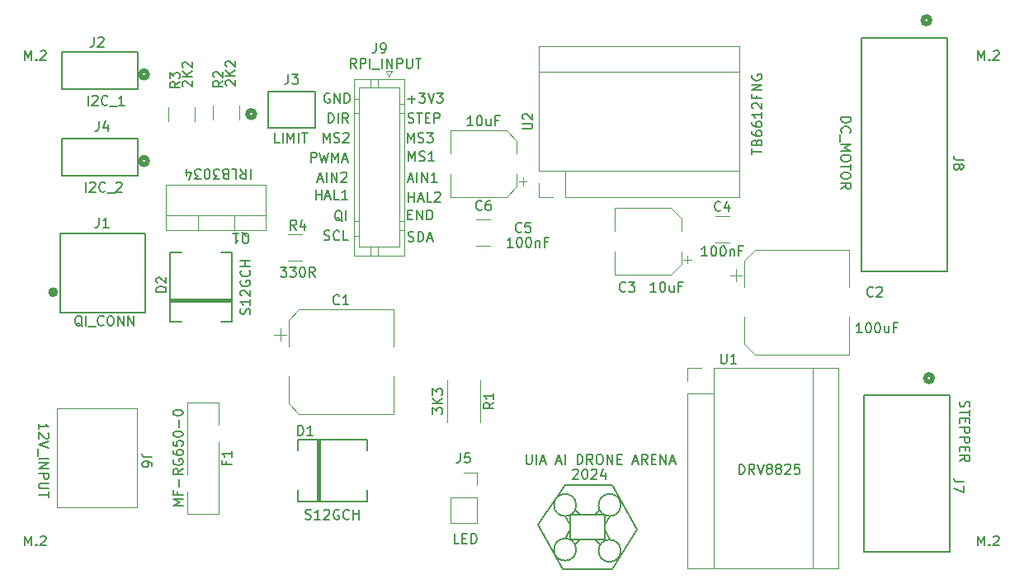
<source format=gbr>
%TF.GenerationSoftware,KiCad,Pcbnew,7.0.10*%
%TF.CreationDate,2024-02-19T13:17:08+01:00*%
%TF.ProjectId,arenaPCBv1,6172656e-6150-4434-9276-312e6b696361,rev?*%
%TF.SameCoordinates,Original*%
%TF.FileFunction,Legend,Top*%
%TF.FilePolarity,Positive*%
%FSLAX46Y46*%
G04 Gerber Fmt 4.6, Leading zero omitted, Abs format (unit mm)*
G04 Created by KiCad (PCBNEW 7.0.10) date 2024-02-19 13:17:08*
%MOMM*%
%LPD*%
G01*
G04 APERTURE LIST*
%ADD10C,0.150000*%
%ADD11C,0.200000*%
%ADD12C,0.120000*%
%ADD13C,0.152400*%
%ADD14C,0.508000*%
G04 APERTURE END LIST*
D10*
X154432000Y-104648000D02*
X157226000Y-100584000D01*
X156972000Y-109220000D02*
X154432000Y-104648000D01*
X162052000Y-109220000D02*
X156972000Y-109220000D01*
X164592000Y-105156000D02*
X162052000Y-109220000D01*
X162052000Y-100584000D02*
X164592000Y-105156000D01*
X157226000Y-100584000D02*
X162052000Y-100584000D01*
X157734000Y-106172000D02*
X161290000Y-106172000D01*
X161290000Y-103632000D01*
X157734000Y-103632000D01*
X157734000Y-106172000D01*
X161290000Y-104648000D02*
X161798000Y-103751922D01*
X161798000Y-106172000D02*
X161290000Y-105156000D01*
X160274000Y-106172000D02*
X160782000Y-106680000D01*
X158750000Y-106172000D02*
X158242000Y-106680000D01*
X157734000Y-105156000D02*
X157226000Y-106052078D01*
X157734000Y-104648000D02*
X157226000Y-103751922D01*
X158750000Y-103632000D02*
X158242000Y-103124000D01*
X160274000Y-103632000D02*
X160782000Y-103124000D01*
X162933923Y-107307922D02*
G75*
G03*
X160662077Y-107307922I-1135923J0D01*
G01*
X160662077Y-107307922D02*
G75*
G03*
X162933923Y-107307922I1135923J0D01*
G01*
X162933923Y-102616000D02*
G75*
G03*
X160662077Y-102616000I-1135923J0D01*
G01*
X160662077Y-102616000D02*
G75*
G03*
X162933923Y-102616000I1135923J0D01*
G01*
X158361923Y-102616000D02*
G75*
G03*
X156090077Y-102616000I-1135923J0D01*
G01*
X156090077Y-102616000D02*
G75*
G03*
X158361923Y-102616000I1135923J0D01*
G01*
X158361923Y-107188000D02*
G75*
G03*
X156090077Y-107188000I-1135923J0D01*
G01*
X156090077Y-107188000D02*
G75*
G03*
X158361923Y-107188000I1135923J0D01*
G01*
X158023160Y-99041057D02*
X158070779Y-98993438D01*
X158070779Y-98993438D02*
X158166017Y-98945819D01*
X158166017Y-98945819D02*
X158404112Y-98945819D01*
X158404112Y-98945819D02*
X158499350Y-98993438D01*
X158499350Y-98993438D02*
X158546969Y-99041057D01*
X158546969Y-99041057D02*
X158594588Y-99136295D01*
X158594588Y-99136295D02*
X158594588Y-99231533D01*
X158594588Y-99231533D02*
X158546969Y-99374390D01*
X158546969Y-99374390D02*
X157975541Y-99945819D01*
X157975541Y-99945819D02*
X158594588Y-99945819D01*
X159213636Y-98945819D02*
X159308874Y-98945819D01*
X159308874Y-98945819D02*
X159404112Y-98993438D01*
X159404112Y-98993438D02*
X159451731Y-99041057D01*
X159451731Y-99041057D02*
X159499350Y-99136295D01*
X159499350Y-99136295D02*
X159546969Y-99326771D01*
X159546969Y-99326771D02*
X159546969Y-99564866D01*
X159546969Y-99564866D02*
X159499350Y-99755342D01*
X159499350Y-99755342D02*
X159451731Y-99850580D01*
X159451731Y-99850580D02*
X159404112Y-99898200D01*
X159404112Y-99898200D02*
X159308874Y-99945819D01*
X159308874Y-99945819D02*
X159213636Y-99945819D01*
X159213636Y-99945819D02*
X159118398Y-99898200D01*
X159118398Y-99898200D02*
X159070779Y-99850580D01*
X159070779Y-99850580D02*
X159023160Y-99755342D01*
X159023160Y-99755342D02*
X158975541Y-99564866D01*
X158975541Y-99564866D02*
X158975541Y-99326771D01*
X158975541Y-99326771D02*
X159023160Y-99136295D01*
X159023160Y-99136295D02*
X159070779Y-99041057D01*
X159070779Y-99041057D02*
X159118398Y-98993438D01*
X159118398Y-98993438D02*
X159213636Y-98945819D01*
X159927922Y-99041057D02*
X159975541Y-98993438D01*
X159975541Y-98993438D02*
X160070779Y-98945819D01*
X160070779Y-98945819D02*
X160308874Y-98945819D01*
X160308874Y-98945819D02*
X160404112Y-98993438D01*
X160404112Y-98993438D02*
X160451731Y-99041057D01*
X160451731Y-99041057D02*
X160499350Y-99136295D01*
X160499350Y-99136295D02*
X160499350Y-99231533D01*
X160499350Y-99231533D02*
X160451731Y-99374390D01*
X160451731Y-99374390D02*
X159880303Y-99945819D01*
X159880303Y-99945819D02*
X160499350Y-99945819D01*
X161356493Y-99279152D02*
X161356493Y-99945819D01*
X161118398Y-98898200D02*
X160880303Y-99612485D01*
X160880303Y-99612485D02*
X161499350Y-99612485D01*
X103254180Y-94840588D02*
X103254180Y-94269160D01*
X103254180Y-94554874D02*
X104254180Y-94554874D01*
X104254180Y-94554874D02*
X104111323Y-94459636D01*
X104111323Y-94459636D02*
X104016085Y-94364398D01*
X104016085Y-94364398D02*
X103968466Y-94269160D01*
X104158942Y-95221541D02*
X104206561Y-95269160D01*
X104206561Y-95269160D02*
X104254180Y-95364398D01*
X104254180Y-95364398D02*
X104254180Y-95602493D01*
X104254180Y-95602493D02*
X104206561Y-95697731D01*
X104206561Y-95697731D02*
X104158942Y-95745350D01*
X104158942Y-95745350D02*
X104063704Y-95792969D01*
X104063704Y-95792969D02*
X103968466Y-95792969D01*
X103968466Y-95792969D02*
X103825609Y-95745350D01*
X103825609Y-95745350D02*
X103254180Y-95173922D01*
X103254180Y-95173922D02*
X103254180Y-95792969D01*
X104254180Y-96078684D02*
X103254180Y-96412017D01*
X103254180Y-96412017D02*
X104254180Y-96745350D01*
X103158942Y-96840589D02*
X103158942Y-97602493D01*
X103254180Y-97840589D02*
X104254180Y-97840589D01*
X103254180Y-98316779D02*
X104254180Y-98316779D01*
X104254180Y-98316779D02*
X103254180Y-98888207D01*
X103254180Y-98888207D02*
X104254180Y-98888207D01*
X103254180Y-99364398D02*
X104254180Y-99364398D01*
X104254180Y-99364398D02*
X104254180Y-99745350D01*
X104254180Y-99745350D02*
X104206561Y-99840588D01*
X104206561Y-99840588D02*
X104158942Y-99888207D01*
X104158942Y-99888207D02*
X104063704Y-99935826D01*
X104063704Y-99935826D02*
X103920847Y-99935826D01*
X103920847Y-99935826D02*
X103825609Y-99888207D01*
X103825609Y-99888207D02*
X103777990Y-99840588D01*
X103777990Y-99840588D02*
X103730371Y-99745350D01*
X103730371Y-99745350D02*
X103730371Y-99364398D01*
X104254180Y-100364398D02*
X103444657Y-100364398D01*
X103444657Y-100364398D02*
X103349419Y-100412017D01*
X103349419Y-100412017D02*
X103301800Y-100459636D01*
X103301800Y-100459636D02*
X103254180Y-100554874D01*
X103254180Y-100554874D02*
X103254180Y-100745350D01*
X103254180Y-100745350D02*
X103301800Y-100840588D01*
X103301800Y-100840588D02*
X103349419Y-100888207D01*
X103349419Y-100888207D02*
X103444657Y-100935826D01*
X103444657Y-100935826D02*
X104254180Y-100935826D01*
X104254180Y-101269160D02*
X104254180Y-101840588D01*
X103254180Y-101554874D02*
X104254180Y-101554874D01*
X141179779Y-67306819D02*
X141179779Y-66306819D01*
X141179779Y-66306819D02*
X141513112Y-67021104D01*
X141513112Y-67021104D02*
X141846445Y-66306819D01*
X141846445Y-66306819D02*
X141846445Y-67306819D01*
X142275017Y-67259200D02*
X142417874Y-67306819D01*
X142417874Y-67306819D02*
X142655969Y-67306819D01*
X142655969Y-67306819D02*
X142751207Y-67259200D01*
X142751207Y-67259200D02*
X142798826Y-67211580D01*
X142798826Y-67211580D02*
X142846445Y-67116342D01*
X142846445Y-67116342D02*
X142846445Y-67021104D01*
X142846445Y-67021104D02*
X142798826Y-66925866D01*
X142798826Y-66925866D02*
X142751207Y-66878247D01*
X142751207Y-66878247D02*
X142655969Y-66830628D01*
X142655969Y-66830628D02*
X142465493Y-66783009D01*
X142465493Y-66783009D02*
X142370255Y-66735390D01*
X142370255Y-66735390D02*
X142322636Y-66687771D01*
X142322636Y-66687771D02*
X142275017Y-66592533D01*
X142275017Y-66592533D02*
X142275017Y-66497295D01*
X142275017Y-66497295D02*
X142322636Y-66402057D01*
X142322636Y-66402057D02*
X142370255Y-66354438D01*
X142370255Y-66354438D02*
X142465493Y-66306819D01*
X142465493Y-66306819D02*
X142703588Y-66306819D01*
X142703588Y-66306819D02*
X142846445Y-66354438D01*
X143798826Y-67306819D02*
X143227398Y-67306819D01*
X143513112Y-67306819D02*
X143513112Y-66306819D01*
X143513112Y-66306819D02*
X143417874Y-66449676D01*
X143417874Y-66449676D02*
X143322636Y-66544914D01*
X143322636Y-66544914D02*
X143227398Y-66592533D01*
X153244779Y-97421819D02*
X153244779Y-98231342D01*
X153244779Y-98231342D02*
X153292398Y-98326580D01*
X153292398Y-98326580D02*
X153340017Y-98374200D01*
X153340017Y-98374200D02*
X153435255Y-98421819D01*
X153435255Y-98421819D02*
X153625731Y-98421819D01*
X153625731Y-98421819D02*
X153720969Y-98374200D01*
X153720969Y-98374200D02*
X153768588Y-98326580D01*
X153768588Y-98326580D02*
X153816207Y-98231342D01*
X153816207Y-98231342D02*
X153816207Y-97421819D01*
X154292398Y-98421819D02*
X154292398Y-97421819D01*
X154720969Y-98136104D02*
X155197159Y-98136104D01*
X154625731Y-98421819D02*
X154959064Y-97421819D01*
X154959064Y-97421819D02*
X155292397Y-98421819D01*
X156340017Y-98136104D02*
X156816207Y-98136104D01*
X156244779Y-98421819D02*
X156578112Y-97421819D01*
X156578112Y-97421819D02*
X156911445Y-98421819D01*
X157244779Y-98421819D02*
X157244779Y-97421819D01*
X158482874Y-98421819D02*
X158482874Y-97421819D01*
X158482874Y-97421819D02*
X158720969Y-97421819D01*
X158720969Y-97421819D02*
X158863826Y-97469438D01*
X158863826Y-97469438D02*
X158959064Y-97564676D01*
X158959064Y-97564676D02*
X159006683Y-97659914D01*
X159006683Y-97659914D02*
X159054302Y-97850390D01*
X159054302Y-97850390D02*
X159054302Y-97993247D01*
X159054302Y-97993247D02*
X159006683Y-98183723D01*
X159006683Y-98183723D02*
X158959064Y-98278961D01*
X158959064Y-98278961D02*
X158863826Y-98374200D01*
X158863826Y-98374200D02*
X158720969Y-98421819D01*
X158720969Y-98421819D02*
X158482874Y-98421819D01*
X160054302Y-98421819D02*
X159720969Y-97945628D01*
X159482874Y-98421819D02*
X159482874Y-97421819D01*
X159482874Y-97421819D02*
X159863826Y-97421819D01*
X159863826Y-97421819D02*
X159959064Y-97469438D01*
X159959064Y-97469438D02*
X160006683Y-97517057D01*
X160006683Y-97517057D02*
X160054302Y-97612295D01*
X160054302Y-97612295D02*
X160054302Y-97755152D01*
X160054302Y-97755152D02*
X160006683Y-97850390D01*
X160006683Y-97850390D02*
X159959064Y-97898009D01*
X159959064Y-97898009D02*
X159863826Y-97945628D01*
X159863826Y-97945628D02*
X159482874Y-97945628D01*
X160673350Y-97421819D02*
X160863826Y-97421819D01*
X160863826Y-97421819D02*
X160959064Y-97469438D01*
X160959064Y-97469438D02*
X161054302Y-97564676D01*
X161054302Y-97564676D02*
X161101921Y-97755152D01*
X161101921Y-97755152D02*
X161101921Y-98088485D01*
X161101921Y-98088485D02*
X161054302Y-98278961D01*
X161054302Y-98278961D02*
X160959064Y-98374200D01*
X160959064Y-98374200D02*
X160863826Y-98421819D01*
X160863826Y-98421819D02*
X160673350Y-98421819D01*
X160673350Y-98421819D02*
X160578112Y-98374200D01*
X160578112Y-98374200D02*
X160482874Y-98278961D01*
X160482874Y-98278961D02*
X160435255Y-98088485D01*
X160435255Y-98088485D02*
X160435255Y-97755152D01*
X160435255Y-97755152D02*
X160482874Y-97564676D01*
X160482874Y-97564676D02*
X160578112Y-97469438D01*
X160578112Y-97469438D02*
X160673350Y-97421819D01*
X161530493Y-98421819D02*
X161530493Y-97421819D01*
X161530493Y-97421819D02*
X162101921Y-98421819D01*
X162101921Y-98421819D02*
X162101921Y-97421819D01*
X162578112Y-97898009D02*
X162911445Y-97898009D01*
X163054302Y-98421819D02*
X162578112Y-98421819D01*
X162578112Y-98421819D02*
X162578112Y-97421819D01*
X162578112Y-97421819D02*
X163054302Y-97421819D01*
X164197160Y-98136104D02*
X164673350Y-98136104D01*
X164101922Y-98421819D02*
X164435255Y-97421819D01*
X164435255Y-97421819D02*
X164768588Y-98421819D01*
X165673350Y-98421819D02*
X165340017Y-97945628D01*
X165101922Y-98421819D02*
X165101922Y-97421819D01*
X165101922Y-97421819D02*
X165482874Y-97421819D01*
X165482874Y-97421819D02*
X165578112Y-97469438D01*
X165578112Y-97469438D02*
X165625731Y-97517057D01*
X165625731Y-97517057D02*
X165673350Y-97612295D01*
X165673350Y-97612295D02*
X165673350Y-97755152D01*
X165673350Y-97755152D02*
X165625731Y-97850390D01*
X165625731Y-97850390D02*
X165578112Y-97898009D01*
X165578112Y-97898009D02*
X165482874Y-97945628D01*
X165482874Y-97945628D02*
X165101922Y-97945628D01*
X166101922Y-97898009D02*
X166435255Y-97898009D01*
X166578112Y-98421819D02*
X166101922Y-98421819D01*
X166101922Y-98421819D02*
X166101922Y-97421819D01*
X166101922Y-97421819D02*
X166578112Y-97421819D01*
X167006684Y-98421819D02*
X167006684Y-97421819D01*
X167006684Y-97421819D02*
X167578112Y-98421819D01*
X167578112Y-98421819D02*
X167578112Y-97421819D01*
X168006684Y-98136104D02*
X168482874Y-98136104D01*
X167911446Y-98421819D02*
X168244779Y-97421819D01*
X168244779Y-97421819D02*
X168578112Y-98421819D01*
X132924779Y-63369819D02*
X132924779Y-62369819D01*
X132924779Y-62369819D02*
X133162874Y-62369819D01*
X133162874Y-62369819D02*
X133305731Y-62417438D01*
X133305731Y-62417438D02*
X133400969Y-62512676D01*
X133400969Y-62512676D02*
X133448588Y-62607914D01*
X133448588Y-62607914D02*
X133496207Y-62798390D01*
X133496207Y-62798390D02*
X133496207Y-62941247D01*
X133496207Y-62941247D02*
X133448588Y-63131723D01*
X133448588Y-63131723D02*
X133400969Y-63226961D01*
X133400969Y-63226961D02*
X133305731Y-63322200D01*
X133305731Y-63322200D02*
X133162874Y-63369819D01*
X133162874Y-63369819D02*
X132924779Y-63369819D01*
X133924779Y-63369819D02*
X133924779Y-62369819D01*
X134972397Y-63369819D02*
X134639064Y-62893628D01*
X134400969Y-63369819D02*
X134400969Y-62369819D01*
X134400969Y-62369819D02*
X134781921Y-62369819D01*
X134781921Y-62369819D02*
X134877159Y-62417438D01*
X134877159Y-62417438D02*
X134924778Y-62465057D01*
X134924778Y-62465057D02*
X134972397Y-62560295D01*
X134972397Y-62560295D02*
X134972397Y-62703152D01*
X134972397Y-62703152D02*
X134924778Y-62798390D01*
X134924778Y-62798390D02*
X134877159Y-62846009D01*
X134877159Y-62846009D02*
X134781921Y-62893628D01*
X134781921Y-62893628D02*
X134400969Y-62893628D01*
X135782207Y-57781819D02*
X135448874Y-57305628D01*
X135210779Y-57781819D02*
X135210779Y-56781819D01*
X135210779Y-56781819D02*
X135591731Y-56781819D01*
X135591731Y-56781819D02*
X135686969Y-56829438D01*
X135686969Y-56829438D02*
X135734588Y-56877057D01*
X135734588Y-56877057D02*
X135782207Y-56972295D01*
X135782207Y-56972295D02*
X135782207Y-57115152D01*
X135782207Y-57115152D02*
X135734588Y-57210390D01*
X135734588Y-57210390D02*
X135686969Y-57258009D01*
X135686969Y-57258009D02*
X135591731Y-57305628D01*
X135591731Y-57305628D02*
X135210779Y-57305628D01*
X136210779Y-57781819D02*
X136210779Y-56781819D01*
X136210779Y-56781819D02*
X136591731Y-56781819D01*
X136591731Y-56781819D02*
X136686969Y-56829438D01*
X136686969Y-56829438D02*
X136734588Y-56877057D01*
X136734588Y-56877057D02*
X136782207Y-56972295D01*
X136782207Y-56972295D02*
X136782207Y-57115152D01*
X136782207Y-57115152D02*
X136734588Y-57210390D01*
X136734588Y-57210390D02*
X136686969Y-57258009D01*
X136686969Y-57258009D02*
X136591731Y-57305628D01*
X136591731Y-57305628D02*
X136210779Y-57305628D01*
X137210779Y-57781819D02*
X137210779Y-56781819D01*
X137448874Y-57877057D02*
X138210778Y-57877057D01*
X138448874Y-57781819D02*
X138448874Y-56781819D01*
X138925064Y-57781819D02*
X138925064Y-56781819D01*
X138925064Y-56781819D02*
X139496492Y-57781819D01*
X139496492Y-57781819D02*
X139496492Y-56781819D01*
X139972683Y-57781819D02*
X139972683Y-56781819D01*
X139972683Y-56781819D02*
X140353635Y-56781819D01*
X140353635Y-56781819D02*
X140448873Y-56829438D01*
X140448873Y-56829438D02*
X140496492Y-56877057D01*
X140496492Y-56877057D02*
X140544111Y-56972295D01*
X140544111Y-56972295D02*
X140544111Y-57115152D01*
X140544111Y-57115152D02*
X140496492Y-57210390D01*
X140496492Y-57210390D02*
X140448873Y-57258009D01*
X140448873Y-57258009D02*
X140353635Y-57305628D01*
X140353635Y-57305628D02*
X139972683Y-57305628D01*
X140972683Y-56781819D02*
X140972683Y-57591342D01*
X140972683Y-57591342D02*
X141020302Y-57686580D01*
X141020302Y-57686580D02*
X141067921Y-57734200D01*
X141067921Y-57734200D02*
X141163159Y-57781819D01*
X141163159Y-57781819D02*
X141353635Y-57781819D01*
X141353635Y-57781819D02*
X141448873Y-57734200D01*
X141448873Y-57734200D02*
X141496492Y-57686580D01*
X141496492Y-57686580D02*
X141544111Y-57591342D01*
X141544111Y-57591342D02*
X141544111Y-56781819D01*
X141877445Y-56781819D02*
X142448873Y-56781819D01*
X142163159Y-57781819D02*
X142163159Y-56781819D01*
X131654779Y-71243819D02*
X131654779Y-70243819D01*
X131654779Y-70720009D02*
X132226207Y-70720009D01*
X132226207Y-71243819D02*
X132226207Y-70243819D01*
X132654779Y-70958104D02*
X133130969Y-70958104D01*
X132559541Y-71243819D02*
X132892874Y-70243819D01*
X132892874Y-70243819D02*
X133226207Y-71243819D01*
X134035731Y-71243819D02*
X133559541Y-71243819D01*
X133559541Y-71243819D02*
X133559541Y-70243819D01*
X134892874Y-71243819D02*
X134321446Y-71243819D01*
X134607160Y-71243819D02*
X134607160Y-70243819D01*
X134607160Y-70243819D02*
X134511922Y-70386676D01*
X134511922Y-70386676D02*
X134416684Y-70481914D01*
X134416684Y-70481914D02*
X134321446Y-70529533D01*
X108286779Y-61591819D02*
X108286779Y-60591819D01*
X108715350Y-60687057D02*
X108762969Y-60639438D01*
X108762969Y-60639438D02*
X108858207Y-60591819D01*
X108858207Y-60591819D02*
X109096302Y-60591819D01*
X109096302Y-60591819D02*
X109191540Y-60639438D01*
X109191540Y-60639438D02*
X109239159Y-60687057D01*
X109239159Y-60687057D02*
X109286778Y-60782295D01*
X109286778Y-60782295D02*
X109286778Y-60877533D01*
X109286778Y-60877533D02*
X109239159Y-61020390D01*
X109239159Y-61020390D02*
X108667731Y-61591819D01*
X108667731Y-61591819D02*
X109286778Y-61591819D01*
X110286778Y-61496580D02*
X110239159Y-61544200D01*
X110239159Y-61544200D02*
X110096302Y-61591819D01*
X110096302Y-61591819D02*
X110001064Y-61591819D01*
X110001064Y-61591819D02*
X109858207Y-61544200D01*
X109858207Y-61544200D02*
X109762969Y-61448961D01*
X109762969Y-61448961D02*
X109715350Y-61353723D01*
X109715350Y-61353723D02*
X109667731Y-61163247D01*
X109667731Y-61163247D02*
X109667731Y-61020390D01*
X109667731Y-61020390D02*
X109715350Y-60829914D01*
X109715350Y-60829914D02*
X109762969Y-60734676D01*
X109762969Y-60734676D02*
X109858207Y-60639438D01*
X109858207Y-60639438D02*
X110001064Y-60591819D01*
X110001064Y-60591819D02*
X110096302Y-60591819D01*
X110096302Y-60591819D02*
X110239159Y-60639438D01*
X110239159Y-60639438D02*
X110286778Y-60687057D01*
X110477255Y-61687057D02*
X111239159Y-61687057D01*
X112001064Y-61591819D02*
X111429636Y-61591819D01*
X111715350Y-61591819D02*
X111715350Y-60591819D01*
X111715350Y-60591819D02*
X111620112Y-60734676D01*
X111620112Y-60734676D02*
X111524874Y-60829914D01*
X111524874Y-60829914D02*
X111429636Y-60877533D01*
X127939969Y-65401819D02*
X127463779Y-65401819D01*
X127463779Y-65401819D02*
X127463779Y-64401819D01*
X128273303Y-65401819D02*
X128273303Y-64401819D01*
X128749493Y-65401819D02*
X128749493Y-64401819D01*
X128749493Y-64401819D02*
X129082826Y-65116104D01*
X129082826Y-65116104D02*
X129416159Y-64401819D01*
X129416159Y-64401819D02*
X129416159Y-65401819D01*
X129892350Y-65401819D02*
X129892350Y-64401819D01*
X130225683Y-64401819D02*
X130797111Y-64401819D01*
X130511397Y-65401819D02*
X130511397Y-64401819D01*
X175088779Y-99437819D02*
X175088779Y-98437819D01*
X175088779Y-98437819D02*
X175326874Y-98437819D01*
X175326874Y-98437819D02*
X175469731Y-98485438D01*
X175469731Y-98485438D02*
X175564969Y-98580676D01*
X175564969Y-98580676D02*
X175612588Y-98675914D01*
X175612588Y-98675914D02*
X175660207Y-98866390D01*
X175660207Y-98866390D02*
X175660207Y-99009247D01*
X175660207Y-99009247D02*
X175612588Y-99199723D01*
X175612588Y-99199723D02*
X175564969Y-99294961D01*
X175564969Y-99294961D02*
X175469731Y-99390200D01*
X175469731Y-99390200D02*
X175326874Y-99437819D01*
X175326874Y-99437819D02*
X175088779Y-99437819D01*
X176660207Y-99437819D02*
X176326874Y-98961628D01*
X176088779Y-99437819D02*
X176088779Y-98437819D01*
X176088779Y-98437819D02*
X176469731Y-98437819D01*
X176469731Y-98437819D02*
X176564969Y-98485438D01*
X176564969Y-98485438D02*
X176612588Y-98533057D01*
X176612588Y-98533057D02*
X176660207Y-98628295D01*
X176660207Y-98628295D02*
X176660207Y-98771152D01*
X176660207Y-98771152D02*
X176612588Y-98866390D01*
X176612588Y-98866390D02*
X176564969Y-98914009D01*
X176564969Y-98914009D02*
X176469731Y-98961628D01*
X176469731Y-98961628D02*
X176088779Y-98961628D01*
X176945922Y-98437819D02*
X177279255Y-99437819D01*
X177279255Y-99437819D02*
X177612588Y-98437819D01*
X178088779Y-98866390D02*
X177993541Y-98818771D01*
X177993541Y-98818771D02*
X177945922Y-98771152D01*
X177945922Y-98771152D02*
X177898303Y-98675914D01*
X177898303Y-98675914D02*
X177898303Y-98628295D01*
X177898303Y-98628295D02*
X177945922Y-98533057D01*
X177945922Y-98533057D02*
X177993541Y-98485438D01*
X177993541Y-98485438D02*
X178088779Y-98437819D01*
X178088779Y-98437819D02*
X178279255Y-98437819D01*
X178279255Y-98437819D02*
X178374493Y-98485438D01*
X178374493Y-98485438D02*
X178422112Y-98533057D01*
X178422112Y-98533057D02*
X178469731Y-98628295D01*
X178469731Y-98628295D02*
X178469731Y-98675914D01*
X178469731Y-98675914D02*
X178422112Y-98771152D01*
X178422112Y-98771152D02*
X178374493Y-98818771D01*
X178374493Y-98818771D02*
X178279255Y-98866390D01*
X178279255Y-98866390D02*
X178088779Y-98866390D01*
X178088779Y-98866390D02*
X177993541Y-98914009D01*
X177993541Y-98914009D02*
X177945922Y-98961628D01*
X177945922Y-98961628D02*
X177898303Y-99056866D01*
X177898303Y-99056866D02*
X177898303Y-99247342D01*
X177898303Y-99247342D02*
X177945922Y-99342580D01*
X177945922Y-99342580D02*
X177993541Y-99390200D01*
X177993541Y-99390200D02*
X178088779Y-99437819D01*
X178088779Y-99437819D02*
X178279255Y-99437819D01*
X178279255Y-99437819D02*
X178374493Y-99390200D01*
X178374493Y-99390200D02*
X178422112Y-99342580D01*
X178422112Y-99342580D02*
X178469731Y-99247342D01*
X178469731Y-99247342D02*
X178469731Y-99056866D01*
X178469731Y-99056866D02*
X178422112Y-98961628D01*
X178422112Y-98961628D02*
X178374493Y-98914009D01*
X178374493Y-98914009D02*
X178279255Y-98866390D01*
X179041160Y-98866390D02*
X178945922Y-98818771D01*
X178945922Y-98818771D02*
X178898303Y-98771152D01*
X178898303Y-98771152D02*
X178850684Y-98675914D01*
X178850684Y-98675914D02*
X178850684Y-98628295D01*
X178850684Y-98628295D02*
X178898303Y-98533057D01*
X178898303Y-98533057D02*
X178945922Y-98485438D01*
X178945922Y-98485438D02*
X179041160Y-98437819D01*
X179041160Y-98437819D02*
X179231636Y-98437819D01*
X179231636Y-98437819D02*
X179326874Y-98485438D01*
X179326874Y-98485438D02*
X179374493Y-98533057D01*
X179374493Y-98533057D02*
X179422112Y-98628295D01*
X179422112Y-98628295D02*
X179422112Y-98675914D01*
X179422112Y-98675914D02*
X179374493Y-98771152D01*
X179374493Y-98771152D02*
X179326874Y-98818771D01*
X179326874Y-98818771D02*
X179231636Y-98866390D01*
X179231636Y-98866390D02*
X179041160Y-98866390D01*
X179041160Y-98866390D02*
X178945922Y-98914009D01*
X178945922Y-98914009D02*
X178898303Y-98961628D01*
X178898303Y-98961628D02*
X178850684Y-99056866D01*
X178850684Y-99056866D02*
X178850684Y-99247342D01*
X178850684Y-99247342D02*
X178898303Y-99342580D01*
X178898303Y-99342580D02*
X178945922Y-99390200D01*
X178945922Y-99390200D02*
X179041160Y-99437819D01*
X179041160Y-99437819D02*
X179231636Y-99437819D01*
X179231636Y-99437819D02*
X179326874Y-99390200D01*
X179326874Y-99390200D02*
X179374493Y-99342580D01*
X179374493Y-99342580D02*
X179422112Y-99247342D01*
X179422112Y-99247342D02*
X179422112Y-99056866D01*
X179422112Y-99056866D02*
X179374493Y-98961628D01*
X179374493Y-98961628D02*
X179326874Y-98914009D01*
X179326874Y-98914009D02*
X179231636Y-98866390D01*
X179803065Y-98533057D02*
X179850684Y-98485438D01*
X179850684Y-98485438D02*
X179945922Y-98437819D01*
X179945922Y-98437819D02*
X180184017Y-98437819D01*
X180184017Y-98437819D02*
X180279255Y-98485438D01*
X180279255Y-98485438D02*
X180326874Y-98533057D01*
X180326874Y-98533057D02*
X180374493Y-98628295D01*
X180374493Y-98628295D02*
X180374493Y-98723533D01*
X180374493Y-98723533D02*
X180326874Y-98866390D01*
X180326874Y-98866390D02*
X179755446Y-99437819D01*
X179755446Y-99437819D02*
X180374493Y-99437819D01*
X181279255Y-98437819D02*
X180803065Y-98437819D01*
X180803065Y-98437819D02*
X180755446Y-98914009D01*
X180755446Y-98914009D02*
X180803065Y-98866390D01*
X180803065Y-98866390D02*
X180898303Y-98818771D01*
X180898303Y-98818771D02*
X181136398Y-98818771D01*
X181136398Y-98818771D02*
X181231636Y-98866390D01*
X181231636Y-98866390D02*
X181279255Y-98914009D01*
X181279255Y-98914009D02*
X181326874Y-99009247D01*
X181326874Y-99009247D02*
X181326874Y-99247342D01*
X181326874Y-99247342D02*
X181279255Y-99342580D01*
X181279255Y-99342580D02*
X181231636Y-99390200D01*
X181231636Y-99390200D02*
X181136398Y-99437819D01*
X181136398Y-99437819D02*
X180898303Y-99437819D01*
X180898303Y-99437819D02*
X180803065Y-99390200D01*
X180803065Y-99390200D02*
X180755446Y-99342580D01*
X176415819Y-66608077D02*
X176415819Y-66036649D01*
X177415819Y-66322363D02*
X176415819Y-66322363D01*
X176892009Y-65369982D02*
X176939628Y-65227125D01*
X176939628Y-65227125D02*
X176987247Y-65179506D01*
X176987247Y-65179506D02*
X177082485Y-65131887D01*
X177082485Y-65131887D02*
X177225342Y-65131887D01*
X177225342Y-65131887D02*
X177320580Y-65179506D01*
X177320580Y-65179506D02*
X177368200Y-65227125D01*
X177368200Y-65227125D02*
X177415819Y-65322363D01*
X177415819Y-65322363D02*
X177415819Y-65703315D01*
X177415819Y-65703315D02*
X176415819Y-65703315D01*
X176415819Y-65703315D02*
X176415819Y-65369982D01*
X176415819Y-65369982D02*
X176463438Y-65274744D01*
X176463438Y-65274744D02*
X176511057Y-65227125D01*
X176511057Y-65227125D02*
X176606295Y-65179506D01*
X176606295Y-65179506D02*
X176701533Y-65179506D01*
X176701533Y-65179506D02*
X176796771Y-65227125D01*
X176796771Y-65227125D02*
X176844390Y-65274744D01*
X176844390Y-65274744D02*
X176892009Y-65369982D01*
X176892009Y-65369982D02*
X176892009Y-65703315D01*
X176415819Y-64274744D02*
X176415819Y-64465220D01*
X176415819Y-64465220D02*
X176463438Y-64560458D01*
X176463438Y-64560458D02*
X176511057Y-64608077D01*
X176511057Y-64608077D02*
X176653914Y-64703315D01*
X176653914Y-64703315D02*
X176844390Y-64750934D01*
X176844390Y-64750934D02*
X177225342Y-64750934D01*
X177225342Y-64750934D02*
X177320580Y-64703315D01*
X177320580Y-64703315D02*
X177368200Y-64655696D01*
X177368200Y-64655696D02*
X177415819Y-64560458D01*
X177415819Y-64560458D02*
X177415819Y-64369982D01*
X177415819Y-64369982D02*
X177368200Y-64274744D01*
X177368200Y-64274744D02*
X177320580Y-64227125D01*
X177320580Y-64227125D02*
X177225342Y-64179506D01*
X177225342Y-64179506D02*
X176987247Y-64179506D01*
X176987247Y-64179506D02*
X176892009Y-64227125D01*
X176892009Y-64227125D02*
X176844390Y-64274744D01*
X176844390Y-64274744D02*
X176796771Y-64369982D01*
X176796771Y-64369982D02*
X176796771Y-64560458D01*
X176796771Y-64560458D02*
X176844390Y-64655696D01*
X176844390Y-64655696D02*
X176892009Y-64703315D01*
X176892009Y-64703315D02*
X176987247Y-64750934D01*
X176415819Y-63322363D02*
X176415819Y-63512839D01*
X176415819Y-63512839D02*
X176463438Y-63608077D01*
X176463438Y-63608077D02*
X176511057Y-63655696D01*
X176511057Y-63655696D02*
X176653914Y-63750934D01*
X176653914Y-63750934D02*
X176844390Y-63798553D01*
X176844390Y-63798553D02*
X177225342Y-63798553D01*
X177225342Y-63798553D02*
X177320580Y-63750934D01*
X177320580Y-63750934D02*
X177368200Y-63703315D01*
X177368200Y-63703315D02*
X177415819Y-63608077D01*
X177415819Y-63608077D02*
X177415819Y-63417601D01*
X177415819Y-63417601D02*
X177368200Y-63322363D01*
X177368200Y-63322363D02*
X177320580Y-63274744D01*
X177320580Y-63274744D02*
X177225342Y-63227125D01*
X177225342Y-63227125D02*
X176987247Y-63227125D01*
X176987247Y-63227125D02*
X176892009Y-63274744D01*
X176892009Y-63274744D02*
X176844390Y-63322363D01*
X176844390Y-63322363D02*
X176796771Y-63417601D01*
X176796771Y-63417601D02*
X176796771Y-63608077D01*
X176796771Y-63608077D02*
X176844390Y-63703315D01*
X176844390Y-63703315D02*
X176892009Y-63750934D01*
X176892009Y-63750934D02*
X176987247Y-63798553D01*
X177415819Y-62274744D02*
X177415819Y-62846172D01*
X177415819Y-62560458D02*
X176415819Y-62560458D01*
X176415819Y-62560458D02*
X176558676Y-62655696D01*
X176558676Y-62655696D02*
X176653914Y-62750934D01*
X176653914Y-62750934D02*
X176701533Y-62846172D01*
X176511057Y-61893791D02*
X176463438Y-61846172D01*
X176463438Y-61846172D02*
X176415819Y-61750934D01*
X176415819Y-61750934D02*
X176415819Y-61512839D01*
X176415819Y-61512839D02*
X176463438Y-61417601D01*
X176463438Y-61417601D02*
X176511057Y-61369982D01*
X176511057Y-61369982D02*
X176606295Y-61322363D01*
X176606295Y-61322363D02*
X176701533Y-61322363D01*
X176701533Y-61322363D02*
X176844390Y-61369982D01*
X176844390Y-61369982D02*
X177415819Y-61941410D01*
X177415819Y-61941410D02*
X177415819Y-61322363D01*
X176892009Y-60560458D02*
X176892009Y-60893791D01*
X177415819Y-60893791D02*
X176415819Y-60893791D01*
X176415819Y-60893791D02*
X176415819Y-60417601D01*
X177415819Y-60036648D02*
X176415819Y-60036648D01*
X176415819Y-60036648D02*
X177415819Y-59465220D01*
X177415819Y-59465220D02*
X176415819Y-59465220D01*
X176463438Y-58465220D02*
X176415819Y-58560458D01*
X176415819Y-58560458D02*
X176415819Y-58703315D01*
X176415819Y-58703315D02*
X176463438Y-58846172D01*
X176463438Y-58846172D02*
X176558676Y-58941410D01*
X176558676Y-58941410D02*
X176653914Y-58989029D01*
X176653914Y-58989029D02*
X176844390Y-59036648D01*
X176844390Y-59036648D02*
X176987247Y-59036648D01*
X176987247Y-59036648D02*
X177177723Y-58989029D01*
X177177723Y-58989029D02*
X177272961Y-58941410D01*
X177272961Y-58941410D02*
X177368200Y-58846172D01*
X177368200Y-58846172D02*
X177415819Y-58703315D01*
X177415819Y-58703315D02*
X177415819Y-58608077D01*
X177415819Y-58608077D02*
X177368200Y-58465220D01*
X177368200Y-58465220D02*
X177320580Y-58417601D01*
X177320580Y-58417601D02*
X176987247Y-58417601D01*
X176987247Y-58417601D02*
X176987247Y-58608077D01*
X107683445Y-84293057D02*
X107588207Y-84245438D01*
X107588207Y-84245438D02*
X107492969Y-84150200D01*
X107492969Y-84150200D02*
X107350112Y-84007342D01*
X107350112Y-84007342D02*
X107254874Y-83959723D01*
X107254874Y-83959723D02*
X107159636Y-83959723D01*
X107207255Y-84197819D02*
X107112017Y-84150200D01*
X107112017Y-84150200D02*
X107016779Y-84054961D01*
X107016779Y-84054961D02*
X106969160Y-83864485D01*
X106969160Y-83864485D02*
X106969160Y-83531152D01*
X106969160Y-83531152D02*
X107016779Y-83340676D01*
X107016779Y-83340676D02*
X107112017Y-83245438D01*
X107112017Y-83245438D02*
X107207255Y-83197819D01*
X107207255Y-83197819D02*
X107397731Y-83197819D01*
X107397731Y-83197819D02*
X107492969Y-83245438D01*
X107492969Y-83245438D02*
X107588207Y-83340676D01*
X107588207Y-83340676D02*
X107635826Y-83531152D01*
X107635826Y-83531152D02*
X107635826Y-83864485D01*
X107635826Y-83864485D02*
X107588207Y-84054961D01*
X107588207Y-84054961D02*
X107492969Y-84150200D01*
X107492969Y-84150200D02*
X107397731Y-84197819D01*
X107397731Y-84197819D02*
X107207255Y-84197819D01*
X108064398Y-84197819D02*
X108064398Y-83197819D01*
X108302493Y-84293057D02*
X109064397Y-84293057D01*
X109873921Y-84102580D02*
X109826302Y-84150200D01*
X109826302Y-84150200D02*
X109683445Y-84197819D01*
X109683445Y-84197819D02*
X109588207Y-84197819D01*
X109588207Y-84197819D02*
X109445350Y-84150200D01*
X109445350Y-84150200D02*
X109350112Y-84054961D01*
X109350112Y-84054961D02*
X109302493Y-83959723D01*
X109302493Y-83959723D02*
X109254874Y-83769247D01*
X109254874Y-83769247D02*
X109254874Y-83626390D01*
X109254874Y-83626390D02*
X109302493Y-83435914D01*
X109302493Y-83435914D02*
X109350112Y-83340676D01*
X109350112Y-83340676D02*
X109445350Y-83245438D01*
X109445350Y-83245438D02*
X109588207Y-83197819D01*
X109588207Y-83197819D02*
X109683445Y-83197819D01*
X109683445Y-83197819D02*
X109826302Y-83245438D01*
X109826302Y-83245438D02*
X109873921Y-83293057D01*
X110492969Y-83197819D02*
X110683445Y-83197819D01*
X110683445Y-83197819D02*
X110778683Y-83245438D01*
X110778683Y-83245438D02*
X110873921Y-83340676D01*
X110873921Y-83340676D02*
X110921540Y-83531152D01*
X110921540Y-83531152D02*
X110921540Y-83864485D01*
X110921540Y-83864485D02*
X110873921Y-84054961D01*
X110873921Y-84054961D02*
X110778683Y-84150200D01*
X110778683Y-84150200D02*
X110683445Y-84197819D01*
X110683445Y-84197819D02*
X110492969Y-84197819D01*
X110492969Y-84197819D02*
X110397731Y-84150200D01*
X110397731Y-84150200D02*
X110302493Y-84054961D01*
X110302493Y-84054961D02*
X110254874Y-83864485D01*
X110254874Y-83864485D02*
X110254874Y-83531152D01*
X110254874Y-83531152D02*
X110302493Y-83340676D01*
X110302493Y-83340676D02*
X110397731Y-83245438D01*
X110397731Y-83245438D02*
X110492969Y-83197819D01*
X111350112Y-84197819D02*
X111350112Y-83197819D01*
X111350112Y-83197819D02*
X111921540Y-84197819D01*
X111921540Y-84197819D02*
X111921540Y-83197819D01*
X112397731Y-84197819D02*
X112397731Y-83197819D01*
X112397731Y-83197819D02*
X112969159Y-84197819D01*
X112969159Y-84197819D02*
X112969159Y-83197819D01*
X134353445Y-73498057D02*
X134258207Y-73450438D01*
X134258207Y-73450438D02*
X134162969Y-73355200D01*
X134162969Y-73355200D02*
X134020112Y-73212342D01*
X134020112Y-73212342D02*
X133924874Y-73164723D01*
X133924874Y-73164723D02*
X133829636Y-73164723D01*
X133877255Y-73402819D02*
X133782017Y-73355200D01*
X133782017Y-73355200D02*
X133686779Y-73259961D01*
X133686779Y-73259961D02*
X133639160Y-73069485D01*
X133639160Y-73069485D02*
X133639160Y-72736152D01*
X133639160Y-72736152D02*
X133686779Y-72545676D01*
X133686779Y-72545676D02*
X133782017Y-72450438D01*
X133782017Y-72450438D02*
X133877255Y-72402819D01*
X133877255Y-72402819D02*
X134067731Y-72402819D01*
X134067731Y-72402819D02*
X134162969Y-72450438D01*
X134162969Y-72450438D02*
X134258207Y-72545676D01*
X134258207Y-72545676D02*
X134305826Y-72736152D01*
X134305826Y-72736152D02*
X134305826Y-73069485D01*
X134305826Y-73069485D02*
X134258207Y-73259961D01*
X134258207Y-73259961D02*
X134162969Y-73355200D01*
X134162969Y-73355200D02*
X134067731Y-73402819D01*
X134067731Y-73402819D02*
X133877255Y-73402819D01*
X134734398Y-73402819D02*
X134734398Y-72402819D01*
X141132160Y-69180104D02*
X141608350Y-69180104D01*
X141036922Y-69465819D02*
X141370255Y-68465819D01*
X141370255Y-68465819D02*
X141703588Y-69465819D01*
X142036922Y-69465819D02*
X142036922Y-68465819D01*
X142513112Y-69465819D02*
X142513112Y-68465819D01*
X142513112Y-68465819D02*
X143084540Y-69465819D01*
X143084540Y-69465819D02*
X143084540Y-68465819D01*
X144084540Y-69465819D02*
X143513112Y-69465819D01*
X143798826Y-69465819D02*
X143798826Y-68465819D01*
X143798826Y-68465819D02*
X143703588Y-68608676D01*
X143703588Y-68608676D02*
X143608350Y-68703914D01*
X143608350Y-68703914D02*
X143513112Y-68751533D01*
X141179779Y-71497819D02*
X141179779Y-70497819D01*
X141179779Y-70974009D02*
X141751207Y-70974009D01*
X141751207Y-71497819D02*
X141751207Y-70497819D01*
X142179779Y-71212104D02*
X142655969Y-71212104D01*
X142084541Y-71497819D02*
X142417874Y-70497819D01*
X142417874Y-70497819D02*
X142751207Y-71497819D01*
X143560731Y-71497819D02*
X143084541Y-71497819D01*
X143084541Y-71497819D02*
X143084541Y-70497819D01*
X143846446Y-70593057D02*
X143894065Y-70545438D01*
X143894065Y-70545438D02*
X143989303Y-70497819D01*
X143989303Y-70497819D02*
X144227398Y-70497819D01*
X144227398Y-70497819D02*
X144322636Y-70545438D01*
X144322636Y-70545438D02*
X144370255Y-70593057D01*
X144370255Y-70593057D02*
X144417874Y-70688295D01*
X144417874Y-70688295D02*
X144417874Y-70783533D01*
X144417874Y-70783533D02*
X144370255Y-70926390D01*
X144370255Y-70926390D02*
X143798827Y-71497819D01*
X143798827Y-71497819D02*
X144417874Y-71497819D01*
X133067588Y-60385438D02*
X132972350Y-60337819D01*
X132972350Y-60337819D02*
X132829493Y-60337819D01*
X132829493Y-60337819D02*
X132686636Y-60385438D01*
X132686636Y-60385438D02*
X132591398Y-60480676D01*
X132591398Y-60480676D02*
X132543779Y-60575914D01*
X132543779Y-60575914D02*
X132496160Y-60766390D01*
X132496160Y-60766390D02*
X132496160Y-60909247D01*
X132496160Y-60909247D02*
X132543779Y-61099723D01*
X132543779Y-61099723D02*
X132591398Y-61194961D01*
X132591398Y-61194961D02*
X132686636Y-61290200D01*
X132686636Y-61290200D02*
X132829493Y-61337819D01*
X132829493Y-61337819D02*
X132924731Y-61337819D01*
X132924731Y-61337819D02*
X133067588Y-61290200D01*
X133067588Y-61290200D02*
X133115207Y-61242580D01*
X133115207Y-61242580D02*
X133115207Y-60909247D01*
X133115207Y-60909247D02*
X132924731Y-60909247D01*
X133543779Y-61337819D02*
X133543779Y-60337819D01*
X133543779Y-60337819D02*
X134115207Y-61337819D01*
X134115207Y-61337819D02*
X134115207Y-60337819D01*
X134591398Y-61337819D02*
X134591398Y-60337819D01*
X134591398Y-60337819D02*
X134829493Y-60337819D01*
X134829493Y-60337819D02*
X134972350Y-60385438D01*
X134972350Y-60385438D02*
X135067588Y-60480676D01*
X135067588Y-60480676D02*
X135115207Y-60575914D01*
X135115207Y-60575914D02*
X135162826Y-60766390D01*
X135162826Y-60766390D02*
X135162826Y-60909247D01*
X135162826Y-60909247D02*
X135115207Y-61099723D01*
X135115207Y-61099723D02*
X135067588Y-61194961D01*
X135067588Y-61194961D02*
X134972350Y-61290200D01*
X134972350Y-61290200D02*
X134829493Y-61337819D01*
X134829493Y-61337819D02*
X134591398Y-61337819D01*
X131146779Y-67433819D02*
X131146779Y-66433819D01*
X131146779Y-66433819D02*
X131527731Y-66433819D01*
X131527731Y-66433819D02*
X131622969Y-66481438D01*
X131622969Y-66481438D02*
X131670588Y-66529057D01*
X131670588Y-66529057D02*
X131718207Y-66624295D01*
X131718207Y-66624295D02*
X131718207Y-66767152D01*
X131718207Y-66767152D02*
X131670588Y-66862390D01*
X131670588Y-66862390D02*
X131622969Y-66910009D01*
X131622969Y-66910009D02*
X131527731Y-66957628D01*
X131527731Y-66957628D02*
X131146779Y-66957628D01*
X132051541Y-66433819D02*
X132289636Y-67433819D01*
X132289636Y-67433819D02*
X132480112Y-66719533D01*
X132480112Y-66719533D02*
X132670588Y-67433819D01*
X132670588Y-67433819D02*
X132908684Y-66433819D01*
X133289636Y-67433819D02*
X133289636Y-66433819D01*
X133289636Y-66433819D02*
X133622969Y-67148104D01*
X133622969Y-67148104D02*
X133956302Y-66433819D01*
X133956302Y-66433819D02*
X133956302Y-67433819D01*
X134384874Y-67148104D02*
X134861064Y-67148104D01*
X134289636Y-67433819D02*
X134622969Y-66433819D01*
X134622969Y-66433819D02*
X134956302Y-67433819D01*
X141052779Y-65401819D02*
X141052779Y-64401819D01*
X141052779Y-64401819D02*
X141386112Y-65116104D01*
X141386112Y-65116104D02*
X141719445Y-64401819D01*
X141719445Y-64401819D02*
X141719445Y-65401819D01*
X142148017Y-65354200D02*
X142290874Y-65401819D01*
X142290874Y-65401819D02*
X142528969Y-65401819D01*
X142528969Y-65401819D02*
X142624207Y-65354200D01*
X142624207Y-65354200D02*
X142671826Y-65306580D01*
X142671826Y-65306580D02*
X142719445Y-65211342D01*
X142719445Y-65211342D02*
X142719445Y-65116104D01*
X142719445Y-65116104D02*
X142671826Y-65020866D01*
X142671826Y-65020866D02*
X142624207Y-64973247D01*
X142624207Y-64973247D02*
X142528969Y-64925628D01*
X142528969Y-64925628D02*
X142338493Y-64878009D01*
X142338493Y-64878009D02*
X142243255Y-64830390D01*
X142243255Y-64830390D02*
X142195636Y-64782771D01*
X142195636Y-64782771D02*
X142148017Y-64687533D01*
X142148017Y-64687533D02*
X142148017Y-64592295D01*
X142148017Y-64592295D02*
X142195636Y-64497057D01*
X142195636Y-64497057D02*
X142243255Y-64449438D01*
X142243255Y-64449438D02*
X142338493Y-64401819D01*
X142338493Y-64401819D02*
X142576588Y-64401819D01*
X142576588Y-64401819D02*
X142719445Y-64449438D01*
X143052779Y-64401819D02*
X143671826Y-64401819D01*
X143671826Y-64401819D02*
X143338493Y-64782771D01*
X143338493Y-64782771D02*
X143481350Y-64782771D01*
X143481350Y-64782771D02*
X143576588Y-64830390D01*
X143576588Y-64830390D02*
X143624207Y-64878009D01*
X143624207Y-64878009D02*
X143671826Y-64973247D01*
X143671826Y-64973247D02*
X143671826Y-65211342D01*
X143671826Y-65211342D02*
X143624207Y-65306580D01*
X143624207Y-65306580D02*
X143576588Y-65354200D01*
X143576588Y-65354200D02*
X143481350Y-65401819D01*
X143481350Y-65401819D02*
X143195636Y-65401819D01*
X143195636Y-65401819D02*
X143100398Y-65354200D01*
X143100398Y-65354200D02*
X143052779Y-65306580D01*
X141132160Y-63322200D02*
X141275017Y-63369819D01*
X141275017Y-63369819D02*
X141513112Y-63369819D01*
X141513112Y-63369819D02*
X141608350Y-63322200D01*
X141608350Y-63322200D02*
X141655969Y-63274580D01*
X141655969Y-63274580D02*
X141703588Y-63179342D01*
X141703588Y-63179342D02*
X141703588Y-63084104D01*
X141703588Y-63084104D02*
X141655969Y-62988866D01*
X141655969Y-62988866D02*
X141608350Y-62941247D01*
X141608350Y-62941247D02*
X141513112Y-62893628D01*
X141513112Y-62893628D02*
X141322636Y-62846009D01*
X141322636Y-62846009D02*
X141227398Y-62798390D01*
X141227398Y-62798390D02*
X141179779Y-62750771D01*
X141179779Y-62750771D02*
X141132160Y-62655533D01*
X141132160Y-62655533D02*
X141132160Y-62560295D01*
X141132160Y-62560295D02*
X141179779Y-62465057D01*
X141179779Y-62465057D02*
X141227398Y-62417438D01*
X141227398Y-62417438D02*
X141322636Y-62369819D01*
X141322636Y-62369819D02*
X141560731Y-62369819D01*
X141560731Y-62369819D02*
X141703588Y-62417438D01*
X141989303Y-62369819D02*
X142560731Y-62369819D01*
X142275017Y-63369819D02*
X142275017Y-62369819D01*
X142894065Y-62846009D02*
X143227398Y-62846009D01*
X143370255Y-63369819D02*
X142894065Y-63369819D01*
X142894065Y-63369819D02*
X142894065Y-62369819D01*
X142894065Y-62369819D02*
X143370255Y-62369819D01*
X143798827Y-63369819D02*
X143798827Y-62369819D01*
X143798827Y-62369819D02*
X144179779Y-62369819D01*
X144179779Y-62369819D02*
X144275017Y-62417438D01*
X144275017Y-62417438D02*
X144322636Y-62465057D01*
X144322636Y-62465057D02*
X144370255Y-62560295D01*
X144370255Y-62560295D02*
X144370255Y-62703152D01*
X144370255Y-62703152D02*
X144322636Y-62798390D01*
X144322636Y-62798390D02*
X144275017Y-62846009D01*
X144275017Y-62846009D02*
X144179779Y-62893628D01*
X144179779Y-62893628D02*
X143798827Y-62893628D01*
X146354969Y-106549819D02*
X145878779Y-106549819D01*
X145878779Y-106549819D02*
X145878779Y-105549819D01*
X146688303Y-106026009D02*
X147021636Y-106026009D01*
X147164493Y-106549819D02*
X146688303Y-106549819D01*
X146688303Y-106549819D02*
X146688303Y-105549819D01*
X146688303Y-105549819D02*
X147164493Y-105549819D01*
X147593065Y-106549819D02*
X147593065Y-105549819D01*
X147593065Y-105549819D02*
X147831160Y-105549819D01*
X147831160Y-105549819D02*
X147974017Y-105597438D01*
X147974017Y-105597438D02*
X148069255Y-105692676D01*
X148069255Y-105692676D02*
X148116874Y-105787914D01*
X148116874Y-105787914D02*
X148164493Y-105978390D01*
X148164493Y-105978390D02*
X148164493Y-106121247D01*
X148164493Y-106121247D02*
X148116874Y-106311723D01*
X148116874Y-106311723D02*
X148069255Y-106406961D01*
X148069255Y-106406961D02*
X147974017Y-106502200D01*
X147974017Y-106502200D02*
X147831160Y-106549819D01*
X147831160Y-106549819D02*
X147593065Y-106549819D01*
X197789800Y-91983160D02*
X197742180Y-92126017D01*
X197742180Y-92126017D02*
X197742180Y-92364112D01*
X197742180Y-92364112D02*
X197789800Y-92459350D01*
X197789800Y-92459350D02*
X197837419Y-92506969D01*
X197837419Y-92506969D02*
X197932657Y-92554588D01*
X197932657Y-92554588D02*
X198027895Y-92554588D01*
X198027895Y-92554588D02*
X198123133Y-92506969D01*
X198123133Y-92506969D02*
X198170752Y-92459350D01*
X198170752Y-92459350D02*
X198218371Y-92364112D01*
X198218371Y-92364112D02*
X198265990Y-92173636D01*
X198265990Y-92173636D02*
X198313609Y-92078398D01*
X198313609Y-92078398D02*
X198361228Y-92030779D01*
X198361228Y-92030779D02*
X198456466Y-91983160D01*
X198456466Y-91983160D02*
X198551704Y-91983160D01*
X198551704Y-91983160D02*
X198646942Y-92030779D01*
X198646942Y-92030779D02*
X198694561Y-92078398D01*
X198694561Y-92078398D02*
X198742180Y-92173636D01*
X198742180Y-92173636D02*
X198742180Y-92411731D01*
X198742180Y-92411731D02*
X198694561Y-92554588D01*
X198742180Y-92840303D02*
X198742180Y-93411731D01*
X197742180Y-93126017D02*
X198742180Y-93126017D01*
X198265990Y-93745065D02*
X198265990Y-94078398D01*
X197742180Y-94221255D02*
X197742180Y-93745065D01*
X197742180Y-93745065D02*
X198742180Y-93745065D01*
X198742180Y-93745065D02*
X198742180Y-94221255D01*
X197742180Y-94649827D02*
X198742180Y-94649827D01*
X198742180Y-94649827D02*
X198742180Y-95030779D01*
X198742180Y-95030779D02*
X198694561Y-95126017D01*
X198694561Y-95126017D02*
X198646942Y-95173636D01*
X198646942Y-95173636D02*
X198551704Y-95221255D01*
X198551704Y-95221255D02*
X198408847Y-95221255D01*
X198408847Y-95221255D02*
X198313609Y-95173636D01*
X198313609Y-95173636D02*
X198265990Y-95126017D01*
X198265990Y-95126017D02*
X198218371Y-95030779D01*
X198218371Y-95030779D02*
X198218371Y-94649827D01*
X197742180Y-95649827D02*
X198742180Y-95649827D01*
X198742180Y-95649827D02*
X198742180Y-96030779D01*
X198742180Y-96030779D02*
X198694561Y-96126017D01*
X198694561Y-96126017D02*
X198646942Y-96173636D01*
X198646942Y-96173636D02*
X198551704Y-96221255D01*
X198551704Y-96221255D02*
X198408847Y-96221255D01*
X198408847Y-96221255D02*
X198313609Y-96173636D01*
X198313609Y-96173636D02*
X198265990Y-96126017D01*
X198265990Y-96126017D02*
X198218371Y-96030779D01*
X198218371Y-96030779D02*
X198218371Y-95649827D01*
X198265990Y-96649827D02*
X198265990Y-96983160D01*
X197742180Y-97126017D02*
X197742180Y-96649827D01*
X197742180Y-96649827D02*
X198742180Y-96649827D01*
X198742180Y-96649827D02*
X198742180Y-97126017D01*
X197742180Y-98126017D02*
X198218371Y-97792684D01*
X197742180Y-97554589D02*
X198742180Y-97554589D01*
X198742180Y-97554589D02*
X198742180Y-97935541D01*
X198742180Y-97935541D02*
X198694561Y-98030779D01*
X198694561Y-98030779D02*
X198646942Y-98078398D01*
X198646942Y-98078398D02*
X198551704Y-98126017D01*
X198551704Y-98126017D02*
X198408847Y-98126017D01*
X198408847Y-98126017D02*
X198313609Y-98078398D01*
X198313609Y-98078398D02*
X198265990Y-98030779D01*
X198265990Y-98030779D02*
X198218371Y-97935541D01*
X198218371Y-97935541D02*
X198218371Y-97554589D01*
X132416779Y-65401819D02*
X132416779Y-64401819D01*
X132416779Y-64401819D02*
X132750112Y-65116104D01*
X132750112Y-65116104D02*
X133083445Y-64401819D01*
X133083445Y-64401819D02*
X133083445Y-65401819D01*
X133512017Y-65354200D02*
X133654874Y-65401819D01*
X133654874Y-65401819D02*
X133892969Y-65401819D01*
X133892969Y-65401819D02*
X133988207Y-65354200D01*
X133988207Y-65354200D02*
X134035826Y-65306580D01*
X134035826Y-65306580D02*
X134083445Y-65211342D01*
X134083445Y-65211342D02*
X134083445Y-65116104D01*
X134083445Y-65116104D02*
X134035826Y-65020866D01*
X134035826Y-65020866D02*
X133988207Y-64973247D01*
X133988207Y-64973247D02*
X133892969Y-64925628D01*
X133892969Y-64925628D02*
X133702493Y-64878009D01*
X133702493Y-64878009D02*
X133607255Y-64830390D01*
X133607255Y-64830390D02*
X133559636Y-64782771D01*
X133559636Y-64782771D02*
X133512017Y-64687533D01*
X133512017Y-64687533D02*
X133512017Y-64592295D01*
X133512017Y-64592295D02*
X133559636Y-64497057D01*
X133559636Y-64497057D02*
X133607255Y-64449438D01*
X133607255Y-64449438D02*
X133702493Y-64401819D01*
X133702493Y-64401819D02*
X133940588Y-64401819D01*
X133940588Y-64401819D02*
X134083445Y-64449438D01*
X134464398Y-64497057D02*
X134512017Y-64449438D01*
X134512017Y-64449438D02*
X134607255Y-64401819D01*
X134607255Y-64401819D02*
X134845350Y-64401819D01*
X134845350Y-64401819D02*
X134940588Y-64449438D01*
X134940588Y-64449438D02*
X134988207Y-64497057D01*
X134988207Y-64497057D02*
X135035826Y-64592295D01*
X135035826Y-64592295D02*
X135035826Y-64687533D01*
X135035826Y-64687533D02*
X134988207Y-64830390D01*
X134988207Y-64830390D02*
X134416779Y-65401819D01*
X134416779Y-65401819D02*
X135035826Y-65401819D01*
X141106779Y-60948866D02*
X141868684Y-60948866D01*
X141487731Y-61329819D02*
X141487731Y-60567914D01*
X142249636Y-60329819D02*
X142868683Y-60329819D01*
X142868683Y-60329819D02*
X142535350Y-60710771D01*
X142535350Y-60710771D02*
X142678207Y-60710771D01*
X142678207Y-60710771D02*
X142773445Y-60758390D01*
X142773445Y-60758390D02*
X142821064Y-60806009D01*
X142821064Y-60806009D02*
X142868683Y-60901247D01*
X142868683Y-60901247D02*
X142868683Y-61139342D01*
X142868683Y-61139342D02*
X142821064Y-61234580D01*
X142821064Y-61234580D02*
X142773445Y-61282200D01*
X142773445Y-61282200D02*
X142678207Y-61329819D01*
X142678207Y-61329819D02*
X142392493Y-61329819D01*
X142392493Y-61329819D02*
X142297255Y-61282200D01*
X142297255Y-61282200D02*
X142249636Y-61234580D01*
X143154398Y-60329819D02*
X143487731Y-61329819D01*
X143487731Y-61329819D02*
X143821064Y-60329819D01*
X144059160Y-60329819D02*
X144678207Y-60329819D01*
X144678207Y-60329819D02*
X144344874Y-60710771D01*
X144344874Y-60710771D02*
X144487731Y-60710771D01*
X144487731Y-60710771D02*
X144582969Y-60758390D01*
X144582969Y-60758390D02*
X144630588Y-60806009D01*
X144630588Y-60806009D02*
X144678207Y-60901247D01*
X144678207Y-60901247D02*
X144678207Y-61139342D01*
X144678207Y-61139342D02*
X144630588Y-61234580D01*
X144630588Y-61234580D02*
X144582969Y-61282200D01*
X144582969Y-61282200D02*
X144487731Y-61329819D01*
X144487731Y-61329819D02*
X144202017Y-61329819D01*
X144202017Y-61329819D02*
X144106779Y-61282200D01*
X144106779Y-61282200D02*
X144059160Y-61234580D01*
X141132160Y-75514200D02*
X141275017Y-75561819D01*
X141275017Y-75561819D02*
X141513112Y-75561819D01*
X141513112Y-75561819D02*
X141608350Y-75514200D01*
X141608350Y-75514200D02*
X141655969Y-75466580D01*
X141655969Y-75466580D02*
X141703588Y-75371342D01*
X141703588Y-75371342D02*
X141703588Y-75276104D01*
X141703588Y-75276104D02*
X141655969Y-75180866D01*
X141655969Y-75180866D02*
X141608350Y-75133247D01*
X141608350Y-75133247D02*
X141513112Y-75085628D01*
X141513112Y-75085628D02*
X141322636Y-75038009D01*
X141322636Y-75038009D02*
X141227398Y-74990390D01*
X141227398Y-74990390D02*
X141179779Y-74942771D01*
X141179779Y-74942771D02*
X141132160Y-74847533D01*
X141132160Y-74847533D02*
X141132160Y-74752295D01*
X141132160Y-74752295D02*
X141179779Y-74657057D01*
X141179779Y-74657057D02*
X141227398Y-74609438D01*
X141227398Y-74609438D02*
X141322636Y-74561819D01*
X141322636Y-74561819D02*
X141560731Y-74561819D01*
X141560731Y-74561819D02*
X141703588Y-74609438D01*
X142132160Y-75561819D02*
X142132160Y-74561819D01*
X142132160Y-74561819D02*
X142370255Y-74561819D01*
X142370255Y-74561819D02*
X142513112Y-74609438D01*
X142513112Y-74609438D02*
X142608350Y-74704676D01*
X142608350Y-74704676D02*
X142655969Y-74799914D01*
X142655969Y-74799914D02*
X142703588Y-74990390D01*
X142703588Y-74990390D02*
X142703588Y-75133247D01*
X142703588Y-75133247D02*
X142655969Y-75323723D01*
X142655969Y-75323723D02*
X142608350Y-75418961D01*
X142608350Y-75418961D02*
X142513112Y-75514200D01*
X142513112Y-75514200D02*
X142370255Y-75561819D01*
X142370255Y-75561819D02*
X142132160Y-75561819D01*
X143084541Y-75276104D02*
X143560731Y-75276104D01*
X142989303Y-75561819D02*
X143322636Y-74561819D01*
X143322636Y-74561819D02*
X143655969Y-75561819D01*
X185550180Y-62820779D02*
X186550180Y-62820779D01*
X186550180Y-62820779D02*
X186550180Y-63058874D01*
X186550180Y-63058874D02*
X186502561Y-63201731D01*
X186502561Y-63201731D02*
X186407323Y-63296969D01*
X186407323Y-63296969D02*
X186312085Y-63344588D01*
X186312085Y-63344588D02*
X186121609Y-63392207D01*
X186121609Y-63392207D02*
X185978752Y-63392207D01*
X185978752Y-63392207D02*
X185788276Y-63344588D01*
X185788276Y-63344588D02*
X185693038Y-63296969D01*
X185693038Y-63296969D02*
X185597800Y-63201731D01*
X185597800Y-63201731D02*
X185550180Y-63058874D01*
X185550180Y-63058874D02*
X185550180Y-62820779D01*
X185645419Y-64392207D02*
X185597800Y-64344588D01*
X185597800Y-64344588D02*
X185550180Y-64201731D01*
X185550180Y-64201731D02*
X185550180Y-64106493D01*
X185550180Y-64106493D02*
X185597800Y-63963636D01*
X185597800Y-63963636D02*
X185693038Y-63868398D01*
X185693038Y-63868398D02*
X185788276Y-63820779D01*
X185788276Y-63820779D02*
X185978752Y-63773160D01*
X185978752Y-63773160D02*
X186121609Y-63773160D01*
X186121609Y-63773160D02*
X186312085Y-63820779D01*
X186312085Y-63820779D02*
X186407323Y-63868398D01*
X186407323Y-63868398D02*
X186502561Y-63963636D01*
X186502561Y-63963636D02*
X186550180Y-64106493D01*
X186550180Y-64106493D02*
X186550180Y-64201731D01*
X186550180Y-64201731D02*
X186502561Y-64344588D01*
X186502561Y-64344588D02*
X186454942Y-64392207D01*
X185454942Y-64582684D02*
X185454942Y-65344588D01*
X185550180Y-65582684D02*
X186550180Y-65582684D01*
X186550180Y-65582684D02*
X185835895Y-65916017D01*
X185835895Y-65916017D02*
X186550180Y-66249350D01*
X186550180Y-66249350D02*
X185550180Y-66249350D01*
X186550180Y-66916017D02*
X186550180Y-67106493D01*
X186550180Y-67106493D02*
X186502561Y-67201731D01*
X186502561Y-67201731D02*
X186407323Y-67296969D01*
X186407323Y-67296969D02*
X186216847Y-67344588D01*
X186216847Y-67344588D02*
X185883514Y-67344588D01*
X185883514Y-67344588D02*
X185693038Y-67296969D01*
X185693038Y-67296969D02*
X185597800Y-67201731D01*
X185597800Y-67201731D02*
X185550180Y-67106493D01*
X185550180Y-67106493D02*
X185550180Y-66916017D01*
X185550180Y-66916017D02*
X185597800Y-66820779D01*
X185597800Y-66820779D02*
X185693038Y-66725541D01*
X185693038Y-66725541D02*
X185883514Y-66677922D01*
X185883514Y-66677922D02*
X186216847Y-66677922D01*
X186216847Y-66677922D02*
X186407323Y-66725541D01*
X186407323Y-66725541D02*
X186502561Y-66820779D01*
X186502561Y-66820779D02*
X186550180Y-66916017D01*
X186550180Y-67630303D02*
X186550180Y-68201731D01*
X185550180Y-67916017D02*
X186550180Y-67916017D01*
X186550180Y-68725541D02*
X186550180Y-68916017D01*
X186550180Y-68916017D02*
X186502561Y-69011255D01*
X186502561Y-69011255D02*
X186407323Y-69106493D01*
X186407323Y-69106493D02*
X186216847Y-69154112D01*
X186216847Y-69154112D02*
X185883514Y-69154112D01*
X185883514Y-69154112D02*
X185693038Y-69106493D01*
X185693038Y-69106493D02*
X185597800Y-69011255D01*
X185597800Y-69011255D02*
X185550180Y-68916017D01*
X185550180Y-68916017D02*
X185550180Y-68725541D01*
X185550180Y-68725541D02*
X185597800Y-68630303D01*
X185597800Y-68630303D02*
X185693038Y-68535065D01*
X185693038Y-68535065D02*
X185883514Y-68487446D01*
X185883514Y-68487446D02*
X186216847Y-68487446D01*
X186216847Y-68487446D02*
X186407323Y-68535065D01*
X186407323Y-68535065D02*
X186502561Y-68630303D01*
X186502561Y-68630303D02*
X186550180Y-68725541D01*
X185550180Y-70154112D02*
X186026371Y-69820779D01*
X185550180Y-69582684D02*
X186550180Y-69582684D01*
X186550180Y-69582684D02*
X186550180Y-69963636D01*
X186550180Y-69963636D02*
X186502561Y-70058874D01*
X186502561Y-70058874D02*
X186454942Y-70106493D01*
X186454942Y-70106493D02*
X186359704Y-70154112D01*
X186359704Y-70154112D02*
X186216847Y-70154112D01*
X186216847Y-70154112D02*
X186121609Y-70106493D01*
X186121609Y-70106493D02*
X186073990Y-70058874D01*
X186073990Y-70058874D02*
X186026371Y-69963636D01*
X186026371Y-69963636D02*
X186026371Y-69582684D01*
X131861160Y-69180104D02*
X132337350Y-69180104D01*
X131765922Y-69465819D02*
X132099255Y-68465819D01*
X132099255Y-68465819D02*
X132432588Y-69465819D01*
X132765922Y-69465819D02*
X132765922Y-68465819D01*
X133242112Y-69465819D02*
X133242112Y-68465819D01*
X133242112Y-68465819D02*
X133813540Y-69465819D01*
X133813540Y-69465819D02*
X133813540Y-68465819D01*
X134242112Y-68561057D02*
X134289731Y-68513438D01*
X134289731Y-68513438D02*
X134384969Y-68465819D01*
X134384969Y-68465819D02*
X134623064Y-68465819D01*
X134623064Y-68465819D02*
X134718302Y-68513438D01*
X134718302Y-68513438D02*
X134765921Y-68561057D01*
X134765921Y-68561057D02*
X134813540Y-68656295D01*
X134813540Y-68656295D02*
X134813540Y-68751533D01*
X134813540Y-68751533D02*
X134765921Y-68894390D01*
X134765921Y-68894390D02*
X134194493Y-69465819D01*
X134194493Y-69465819D02*
X134813540Y-69465819D01*
X141106779Y-72806009D02*
X141440112Y-72806009D01*
X141582969Y-73329819D02*
X141106779Y-73329819D01*
X141106779Y-73329819D02*
X141106779Y-72329819D01*
X141106779Y-72329819D02*
X141582969Y-72329819D01*
X142011541Y-73329819D02*
X142011541Y-72329819D01*
X142011541Y-72329819D02*
X142582969Y-73329819D01*
X142582969Y-73329819D02*
X142582969Y-72329819D01*
X143059160Y-73329819D02*
X143059160Y-72329819D01*
X143059160Y-72329819D02*
X143297255Y-72329819D01*
X143297255Y-72329819D02*
X143440112Y-72377438D01*
X143440112Y-72377438D02*
X143535350Y-72472676D01*
X143535350Y-72472676D02*
X143582969Y-72567914D01*
X143582969Y-72567914D02*
X143630588Y-72758390D01*
X143630588Y-72758390D02*
X143630588Y-72901247D01*
X143630588Y-72901247D02*
X143582969Y-73091723D01*
X143582969Y-73091723D02*
X143535350Y-73186961D01*
X143535350Y-73186961D02*
X143440112Y-73282200D01*
X143440112Y-73282200D02*
X143297255Y-73329819D01*
X143297255Y-73329819D02*
X143059160Y-73329819D01*
X108032779Y-70481819D02*
X108032779Y-69481819D01*
X108461350Y-69577057D02*
X108508969Y-69529438D01*
X108508969Y-69529438D02*
X108604207Y-69481819D01*
X108604207Y-69481819D02*
X108842302Y-69481819D01*
X108842302Y-69481819D02*
X108937540Y-69529438D01*
X108937540Y-69529438D02*
X108985159Y-69577057D01*
X108985159Y-69577057D02*
X109032778Y-69672295D01*
X109032778Y-69672295D02*
X109032778Y-69767533D01*
X109032778Y-69767533D02*
X108985159Y-69910390D01*
X108985159Y-69910390D02*
X108413731Y-70481819D01*
X108413731Y-70481819D02*
X109032778Y-70481819D01*
X110032778Y-70386580D02*
X109985159Y-70434200D01*
X109985159Y-70434200D02*
X109842302Y-70481819D01*
X109842302Y-70481819D02*
X109747064Y-70481819D01*
X109747064Y-70481819D02*
X109604207Y-70434200D01*
X109604207Y-70434200D02*
X109508969Y-70338961D01*
X109508969Y-70338961D02*
X109461350Y-70243723D01*
X109461350Y-70243723D02*
X109413731Y-70053247D01*
X109413731Y-70053247D02*
X109413731Y-69910390D01*
X109413731Y-69910390D02*
X109461350Y-69719914D01*
X109461350Y-69719914D02*
X109508969Y-69624676D01*
X109508969Y-69624676D02*
X109604207Y-69529438D01*
X109604207Y-69529438D02*
X109747064Y-69481819D01*
X109747064Y-69481819D02*
X109842302Y-69481819D01*
X109842302Y-69481819D02*
X109985159Y-69529438D01*
X109985159Y-69529438D02*
X110032778Y-69577057D01*
X110223255Y-70577057D02*
X110985159Y-70577057D01*
X111175636Y-69577057D02*
X111223255Y-69529438D01*
X111223255Y-69529438D02*
X111318493Y-69481819D01*
X111318493Y-69481819D02*
X111556588Y-69481819D01*
X111556588Y-69481819D02*
X111651826Y-69529438D01*
X111651826Y-69529438D02*
X111699445Y-69577057D01*
X111699445Y-69577057D02*
X111747064Y-69672295D01*
X111747064Y-69672295D02*
X111747064Y-69767533D01*
X111747064Y-69767533D02*
X111699445Y-69910390D01*
X111699445Y-69910390D02*
X111128017Y-70481819D01*
X111128017Y-70481819D02*
X111747064Y-70481819D01*
X132496160Y-75387200D02*
X132639017Y-75434819D01*
X132639017Y-75434819D02*
X132877112Y-75434819D01*
X132877112Y-75434819D02*
X132972350Y-75387200D01*
X132972350Y-75387200D02*
X133019969Y-75339580D01*
X133019969Y-75339580D02*
X133067588Y-75244342D01*
X133067588Y-75244342D02*
X133067588Y-75149104D01*
X133067588Y-75149104D02*
X133019969Y-75053866D01*
X133019969Y-75053866D02*
X132972350Y-75006247D01*
X132972350Y-75006247D02*
X132877112Y-74958628D01*
X132877112Y-74958628D02*
X132686636Y-74911009D01*
X132686636Y-74911009D02*
X132591398Y-74863390D01*
X132591398Y-74863390D02*
X132543779Y-74815771D01*
X132543779Y-74815771D02*
X132496160Y-74720533D01*
X132496160Y-74720533D02*
X132496160Y-74625295D01*
X132496160Y-74625295D02*
X132543779Y-74530057D01*
X132543779Y-74530057D02*
X132591398Y-74482438D01*
X132591398Y-74482438D02*
X132686636Y-74434819D01*
X132686636Y-74434819D02*
X132924731Y-74434819D01*
X132924731Y-74434819D02*
X133067588Y-74482438D01*
X134067588Y-75339580D02*
X134019969Y-75387200D01*
X134019969Y-75387200D02*
X133877112Y-75434819D01*
X133877112Y-75434819D02*
X133781874Y-75434819D01*
X133781874Y-75434819D02*
X133639017Y-75387200D01*
X133639017Y-75387200D02*
X133543779Y-75291961D01*
X133543779Y-75291961D02*
X133496160Y-75196723D01*
X133496160Y-75196723D02*
X133448541Y-75006247D01*
X133448541Y-75006247D02*
X133448541Y-74863390D01*
X133448541Y-74863390D02*
X133496160Y-74672914D01*
X133496160Y-74672914D02*
X133543779Y-74577676D01*
X133543779Y-74577676D02*
X133639017Y-74482438D01*
X133639017Y-74482438D02*
X133781874Y-74434819D01*
X133781874Y-74434819D02*
X133877112Y-74434819D01*
X133877112Y-74434819D02*
X134019969Y-74482438D01*
X134019969Y-74482438D02*
X134067588Y-74530057D01*
X134972350Y-75434819D02*
X134496160Y-75434819D01*
X134496160Y-75434819D02*
X134496160Y-74434819D01*
X129817905Y-95450819D02*
X129817905Y-94450819D01*
X129817905Y-94450819D02*
X130056000Y-94450819D01*
X130056000Y-94450819D02*
X130198857Y-94498438D01*
X130198857Y-94498438D02*
X130294095Y-94593676D01*
X130294095Y-94593676D02*
X130341714Y-94688914D01*
X130341714Y-94688914D02*
X130389333Y-94879390D01*
X130389333Y-94879390D02*
X130389333Y-95022247D01*
X130389333Y-95022247D02*
X130341714Y-95212723D01*
X130341714Y-95212723D02*
X130294095Y-95307961D01*
X130294095Y-95307961D02*
X130198857Y-95403200D01*
X130198857Y-95403200D02*
X130056000Y-95450819D01*
X130056000Y-95450819D02*
X129817905Y-95450819D01*
X131341714Y-95450819D02*
X130770286Y-95450819D01*
X131056000Y-95450819D02*
X131056000Y-94450819D01*
X131056000Y-94450819D02*
X130960762Y-94593676D01*
X130960762Y-94593676D02*
X130865524Y-94688914D01*
X130865524Y-94688914D02*
X130770286Y-94736533D01*
X130588095Y-104039200D02*
X130730952Y-104086819D01*
X130730952Y-104086819D02*
X130969047Y-104086819D01*
X130969047Y-104086819D02*
X131064285Y-104039200D01*
X131064285Y-104039200D02*
X131111904Y-103991580D01*
X131111904Y-103991580D02*
X131159523Y-103896342D01*
X131159523Y-103896342D02*
X131159523Y-103801104D01*
X131159523Y-103801104D02*
X131111904Y-103705866D01*
X131111904Y-103705866D02*
X131064285Y-103658247D01*
X131064285Y-103658247D02*
X130969047Y-103610628D01*
X130969047Y-103610628D02*
X130778571Y-103563009D01*
X130778571Y-103563009D02*
X130683333Y-103515390D01*
X130683333Y-103515390D02*
X130635714Y-103467771D01*
X130635714Y-103467771D02*
X130588095Y-103372533D01*
X130588095Y-103372533D02*
X130588095Y-103277295D01*
X130588095Y-103277295D02*
X130635714Y-103182057D01*
X130635714Y-103182057D02*
X130683333Y-103134438D01*
X130683333Y-103134438D02*
X130778571Y-103086819D01*
X130778571Y-103086819D02*
X131016666Y-103086819D01*
X131016666Y-103086819D02*
X131159523Y-103134438D01*
X132111904Y-104086819D02*
X131540476Y-104086819D01*
X131826190Y-104086819D02*
X131826190Y-103086819D01*
X131826190Y-103086819D02*
X131730952Y-103229676D01*
X131730952Y-103229676D02*
X131635714Y-103324914D01*
X131635714Y-103324914D02*
X131540476Y-103372533D01*
X132492857Y-103182057D02*
X132540476Y-103134438D01*
X132540476Y-103134438D02*
X132635714Y-103086819D01*
X132635714Y-103086819D02*
X132873809Y-103086819D01*
X132873809Y-103086819D02*
X132969047Y-103134438D01*
X132969047Y-103134438D02*
X133016666Y-103182057D01*
X133016666Y-103182057D02*
X133064285Y-103277295D01*
X133064285Y-103277295D02*
X133064285Y-103372533D01*
X133064285Y-103372533D02*
X133016666Y-103515390D01*
X133016666Y-103515390D02*
X132445238Y-104086819D01*
X132445238Y-104086819D02*
X133064285Y-104086819D01*
X134016666Y-103134438D02*
X133921428Y-103086819D01*
X133921428Y-103086819D02*
X133778571Y-103086819D01*
X133778571Y-103086819D02*
X133635714Y-103134438D01*
X133635714Y-103134438D02*
X133540476Y-103229676D01*
X133540476Y-103229676D02*
X133492857Y-103324914D01*
X133492857Y-103324914D02*
X133445238Y-103515390D01*
X133445238Y-103515390D02*
X133445238Y-103658247D01*
X133445238Y-103658247D02*
X133492857Y-103848723D01*
X133492857Y-103848723D02*
X133540476Y-103943961D01*
X133540476Y-103943961D02*
X133635714Y-104039200D01*
X133635714Y-104039200D02*
X133778571Y-104086819D01*
X133778571Y-104086819D02*
X133873809Y-104086819D01*
X133873809Y-104086819D02*
X134016666Y-104039200D01*
X134016666Y-104039200D02*
X134064285Y-103991580D01*
X134064285Y-103991580D02*
X134064285Y-103658247D01*
X134064285Y-103658247D02*
X133873809Y-103658247D01*
X135064285Y-103991580D02*
X135016666Y-104039200D01*
X135016666Y-104039200D02*
X134873809Y-104086819D01*
X134873809Y-104086819D02*
X134778571Y-104086819D01*
X134778571Y-104086819D02*
X134635714Y-104039200D01*
X134635714Y-104039200D02*
X134540476Y-103943961D01*
X134540476Y-103943961D02*
X134492857Y-103848723D01*
X134492857Y-103848723D02*
X134445238Y-103658247D01*
X134445238Y-103658247D02*
X134445238Y-103515390D01*
X134445238Y-103515390D02*
X134492857Y-103324914D01*
X134492857Y-103324914D02*
X134540476Y-103229676D01*
X134540476Y-103229676D02*
X134635714Y-103134438D01*
X134635714Y-103134438D02*
X134778571Y-103086819D01*
X134778571Y-103086819D02*
X134873809Y-103086819D01*
X134873809Y-103086819D02*
X135016666Y-103134438D01*
X135016666Y-103134438D02*
X135064285Y-103182057D01*
X135492857Y-104086819D02*
X135492857Y-103086819D01*
X135492857Y-103563009D02*
X136064285Y-103563009D01*
X136064285Y-104086819D02*
X136064285Y-103086819D01*
X116278819Y-80748094D02*
X115278819Y-80748094D01*
X115278819Y-80748094D02*
X115278819Y-80509999D01*
X115278819Y-80509999D02*
X115326438Y-80367142D01*
X115326438Y-80367142D02*
X115421676Y-80271904D01*
X115421676Y-80271904D02*
X115516914Y-80224285D01*
X115516914Y-80224285D02*
X115707390Y-80176666D01*
X115707390Y-80176666D02*
X115850247Y-80176666D01*
X115850247Y-80176666D02*
X116040723Y-80224285D01*
X116040723Y-80224285D02*
X116135961Y-80271904D01*
X116135961Y-80271904D02*
X116231200Y-80367142D01*
X116231200Y-80367142D02*
X116278819Y-80509999D01*
X116278819Y-80509999D02*
X116278819Y-80748094D01*
X115374057Y-79795713D02*
X115326438Y-79748094D01*
X115326438Y-79748094D02*
X115278819Y-79652856D01*
X115278819Y-79652856D02*
X115278819Y-79414761D01*
X115278819Y-79414761D02*
X115326438Y-79319523D01*
X115326438Y-79319523D02*
X115374057Y-79271904D01*
X115374057Y-79271904D02*
X115469295Y-79224285D01*
X115469295Y-79224285D02*
X115564533Y-79224285D01*
X115564533Y-79224285D02*
X115707390Y-79271904D01*
X115707390Y-79271904D02*
X116278819Y-79843332D01*
X116278819Y-79843332D02*
X116278819Y-79224285D01*
X124867200Y-83025904D02*
X124914819Y-82883047D01*
X124914819Y-82883047D02*
X124914819Y-82644952D01*
X124914819Y-82644952D02*
X124867200Y-82549714D01*
X124867200Y-82549714D02*
X124819580Y-82502095D01*
X124819580Y-82502095D02*
X124724342Y-82454476D01*
X124724342Y-82454476D02*
X124629104Y-82454476D01*
X124629104Y-82454476D02*
X124533866Y-82502095D01*
X124533866Y-82502095D02*
X124486247Y-82549714D01*
X124486247Y-82549714D02*
X124438628Y-82644952D01*
X124438628Y-82644952D02*
X124391009Y-82835428D01*
X124391009Y-82835428D02*
X124343390Y-82930666D01*
X124343390Y-82930666D02*
X124295771Y-82978285D01*
X124295771Y-82978285D02*
X124200533Y-83025904D01*
X124200533Y-83025904D02*
X124105295Y-83025904D01*
X124105295Y-83025904D02*
X124010057Y-82978285D01*
X124010057Y-82978285D02*
X123962438Y-82930666D01*
X123962438Y-82930666D02*
X123914819Y-82835428D01*
X123914819Y-82835428D02*
X123914819Y-82597333D01*
X123914819Y-82597333D02*
X123962438Y-82454476D01*
X124914819Y-81502095D02*
X124914819Y-82073523D01*
X124914819Y-81787809D02*
X123914819Y-81787809D01*
X123914819Y-81787809D02*
X124057676Y-81883047D01*
X124057676Y-81883047D02*
X124152914Y-81978285D01*
X124152914Y-81978285D02*
X124200533Y-82073523D01*
X124010057Y-81121142D02*
X123962438Y-81073523D01*
X123962438Y-81073523D02*
X123914819Y-80978285D01*
X123914819Y-80978285D02*
X123914819Y-80740190D01*
X123914819Y-80740190D02*
X123962438Y-80644952D01*
X123962438Y-80644952D02*
X124010057Y-80597333D01*
X124010057Y-80597333D02*
X124105295Y-80549714D01*
X124105295Y-80549714D02*
X124200533Y-80549714D01*
X124200533Y-80549714D02*
X124343390Y-80597333D01*
X124343390Y-80597333D02*
X124914819Y-81168761D01*
X124914819Y-81168761D02*
X124914819Y-80549714D01*
X123962438Y-79597333D02*
X123914819Y-79692571D01*
X123914819Y-79692571D02*
X123914819Y-79835428D01*
X123914819Y-79835428D02*
X123962438Y-79978285D01*
X123962438Y-79978285D02*
X124057676Y-80073523D01*
X124057676Y-80073523D02*
X124152914Y-80121142D01*
X124152914Y-80121142D02*
X124343390Y-80168761D01*
X124343390Y-80168761D02*
X124486247Y-80168761D01*
X124486247Y-80168761D02*
X124676723Y-80121142D01*
X124676723Y-80121142D02*
X124771961Y-80073523D01*
X124771961Y-80073523D02*
X124867200Y-79978285D01*
X124867200Y-79978285D02*
X124914819Y-79835428D01*
X124914819Y-79835428D02*
X124914819Y-79740190D01*
X124914819Y-79740190D02*
X124867200Y-79597333D01*
X124867200Y-79597333D02*
X124819580Y-79549714D01*
X124819580Y-79549714D02*
X124486247Y-79549714D01*
X124486247Y-79549714D02*
X124486247Y-79740190D01*
X124819580Y-78549714D02*
X124867200Y-78597333D01*
X124867200Y-78597333D02*
X124914819Y-78740190D01*
X124914819Y-78740190D02*
X124914819Y-78835428D01*
X124914819Y-78835428D02*
X124867200Y-78978285D01*
X124867200Y-78978285D02*
X124771961Y-79073523D01*
X124771961Y-79073523D02*
X124676723Y-79121142D01*
X124676723Y-79121142D02*
X124486247Y-79168761D01*
X124486247Y-79168761D02*
X124343390Y-79168761D01*
X124343390Y-79168761D02*
X124152914Y-79121142D01*
X124152914Y-79121142D02*
X124057676Y-79073523D01*
X124057676Y-79073523D02*
X123962438Y-78978285D01*
X123962438Y-78978285D02*
X123914819Y-78835428D01*
X123914819Y-78835428D02*
X123914819Y-78740190D01*
X123914819Y-78740190D02*
X123962438Y-78597333D01*
X123962438Y-78597333D02*
X124010057Y-78549714D01*
X124914819Y-78121142D02*
X123914819Y-78121142D01*
X124391009Y-78121142D02*
X124391009Y-77549714D01*
X124914819Y-77549714D02*
X123914819Y-77549714D01*
X134063333Y-81943580D02*
X134015714Y-81991200D01*
X134015714Y-81991200D02*
X133872857Y-82038819D01*
X133872857Y-82038819D02*
X133777619Y-82038819D01*
X133777619Y-82038819D02*
X133634762Y-81991200D01*
X133634762Y-81991200D02*
X133539524Y-81895961D01*
X133539524Y-81895961D02*
X133491905Y-81800723D01*
X133491905Y-81800723D02*
X133444286Y-81610247D01*
X133444286Y-81610247D02*
X133444286Y-81467390D01*
X133444286Y-81467390D02*
X133491905Y-81276914D01*
X133491905Y-81276914D02*
X133539524Y-81181676D01*
X133539524Y-81181676D02*
X133634762Y-81086438D01*
X133634762Y-81086438D02*
X133777619Y-81038819D01*
X133777619Y-81038819D02*
X133872857Y-81038819D01*
X133872857Y-81038819D02*
X134015714Y-81086438D01*
X134015714Y-81086438D02*
X134063333Y-81134057D01*
X135015714Y-82038819D02*
X134444286Y-82038819D01*
X134730000Y-82038819D02*
X134730000Y-81038819D01*
X134730000Y-81038819D02*
X134634762Y-81181676D01*
X134634762Y-81181676D02*
X134539524Y-81276914D01*
X134539524Y-81276914D02*
X134444286Y-81324533D01*
X101822381Y-56969819D02*
X101822381Y-55969819D01*
X101822381Y-55969819D02*
X102155714Y-56684104D01*
X102155714Y-56684104D02*
X102489047Y-55969819D01*
X102489047Y-55969819D02*
X102489047Y-56969819D01*
X102965238Y-56874580D02*
X103012857Y-56922200D01*
X103012857Y-56922200D02*
X102965238Y-56969819D01*
X102965238Y-56969819D02*
X102917619Y-56922200D01*
X102917619Y-56922200D02*
X102965238Y-56874580D01*
X102965238Y-56874580D02*
X102965238Y-56969819D01*
X103393809Y-56065057D02*
X103441428Y-56017438D01*
X103441428Y-56017438D02*
X103536666Y-55969819D01*
X103536666Y-55969819D02*
X103774761Y-55969819D01*
X103774761Y-55969819D02*
X103869999Y-56017438D01*
X103869999Y-56017438D02*
X103917618Y-56065057D01*
X103917618Y-56065057D02*
X103965237Y-56160295D01*
X103965237Y-56160295D02*
X103965237Y-56255533D01*
X103965237Y-56255533D02*
X103917618Y-56398390D01*
X103917618Y-56398390D02*
X103346190Y-56969819D01*
X103346190Y-56969819D02*
X103965237Y-56969819D01*
X109394666Y-63208819D02*
X109394666Y-63923104D01*
X109394666Y-63923104D02*
X109347047Y-64065961D01*
X109347047Y-64065961D02*
X109251809Y-64161200D01*
X109251809Y-64161200D02*
X109108952Y-64208819D01*
X109108952Y-64208819D02*
X109013714Y-64208819D01*
X110299428Y-63542152D02*
X110299428Y-64208819D01*
X110061333Y-63161200D02*
X109823238Y-63875485D01*
X109823238Y-63875485D02*
X110442285Y-63875485D01*
X199612381Y-106774819D02*
X199612381Y-105774819D01*
X199612381Y-105774819D02*
X199945714Y-106489104D01*
X199945714Y-106489104D02*
X200279047Y-105774819D01*
X200279047Y-105774819D02*
X200279047Y-106774819D01*
X200755238Y-106679580D02*
X200802857Y-106727200D01*
X200802857Y-106727200D02*
X200755238Y-106774819D01*
X200755238Y-106774819D02*
X200707619Y-106727200D01*
X200707619Y-106727200D02*
X200755238Y-106679580D01*
X200755238Y-106679580D02*
X200755238Y-106774819D01*
X201183809Y-105870057D02*
X201231428Y-105822438D01*
X201231428Y-105822438D02*
X201326666Y-105774819D01*
X201326666Y-105774819D02*
X201564761Y-105774819D01*
X201564761Y-105774819D02*
X201659999Y-105822438D01*
X201659999Y-105822438D02*
X201707618Y-105870057D01*
X201707618Y-105870057D02*
X201755237Y-105965295D01*
X201755237Y-105965295D02*
X201755237Y-106060533D01*
X201755237Y-106060533D02*
X201707618Y-106203390D01*
X201707618Y-106203390D02*
X201136190Y-106774819D01*
X201136190Y-106774819D02*
X201755237Y-106774819D01*
X198157180Y-100250666D02*
X197442895Y-100250666D01*
X197442895Y-100250666D02*
X197300038Y-100203047D01*
X197300038Y-100203047D02*
X197204800Y-100107809D01*
X197204800Y-100107809D02*
X197157180Y-99964952D01*
X197157180Y-99964952D02*
X197157180Y-99869714D01*
X198157180Y-100631619D02*
X198157180Y-101298285D01*
X198157180Y-101298285D02*
X197157180Y-100869714D01*
X152741333Y-74527580D02*
X152693714Y-74575200D01*
X152693714Y-74575200D02*
X152550857Y-74622819D01*
X152550857Y-74622819D02*
X152455619Y-74622819D01*
X152455619Y-74622819D02*
X152312762Y-74575200D01*
X152312762Y-74575200D02*
X152217524Y-74479961D01*
X152217524Y-74479961D02*
X152169905Y-74384723D01*
X152169905Y-74384723D02*
X152122286Y-74194247D01*
X152122286Y-74194247D02*
X152122286Y-74051390D01*
X152122286Y-74051390D02*
X152169905Y-73860914D01*
X152169905Y-73860914D02*
X152217524Y-73765676D01*
X152217524Y-73765676D02*
X152312762Y-73670438D01*
X152312762Y-73670438D02*
X152455619Y-73622819D01*
X152455619Y-73622819D02*
X152550857Y-73622819D01*
X152550857Y-73622819D02*
X152693714Y-73670438D01*
X152693714Y-73670438D02*
X152741333Y-73718057D01*
X153646095Y-73622819D02*
X153169905Y-73622819D01*
X153169905Y-73622819D02*
X153122286Y-74099009D01*
X153122286Y-74099009D02*
X153169905Y-74051390D01*
X153169905Y-74051390D02*
X153265143Y-74003771D01*
X153265143Y-74003771D02*
X153503238Y-74003771D01*
X153503238Y-74003771D02*
X153598476Y-74051390D01*
X153598476Y-74051390D02*
X153646095Y-74099009D01*
X153646095Y-74099009D02*
X153693714Y-74194247D01*
X153693714Y-74194247D02*
X153693714Y-74432342D01*
X153693714Y-74432342D02*
X153646095Y-74527580D01*
X153646095Y-74527580D02*
X153598476Y-74575200D01*
X153598476Y-74575200D02*
X153503238Y-74622819D01*
X153503238Y-74622819D02*
X153265143Y-74622819D01*
X153265143Y-74622819D02*
X153169905Y-74575200D01*
X153169905Y-74575200D02*
X153122286Y-74527580D01*
X151868380Y-76146819D02*
X151296952Y-76146819D01*
X151582666Y-76146819D02*
X151582666Y-75146819D01*
X151582666Y-75146819D02*
X151487428Y-75289676D01*
X151487428Y-75289676D02*
X151392190Y-75384914D01*
X151392190Y-75384914D02*
X151296952Y-75432533D01*
X152487428Y-75146819D02*
X152582666Y-75146819D01*
X152582666Y-75146819D02*
X152677904Y-75194438D01*
X152677904Y-75194438D02*
X152725523Y-75242057D01*
X152725523Y-75242057D02*
X152773142Y-75337295D01*
X152773142Y-75337295D02*
X152820761Y-75527771D01*
X152820761Y-75527771D02*
X152820761Y-75765866D01*
X152820761Y-75765866D02*
X152773142Y-75956342D01*
X152773142Y-75956342D02*
X152725523Y-76051580D01*
X152725523Y-76051580D02*
X152677904Y-76099200D01*
X152677904Y-76099200D02*
X152582666Y-76146819D01*
X152582666Y-76146819D02*
X152487428Y-76146819D01*
X152487428Y-76146819D02*
X152392190Y-76099200D01*
X152392190Y-76099200D02*
X152344571Y-76051580D01*
X152344571Y-76051580D02*
X152296952Y-75956342D01*
X152296952Y-75956342D02*
X152249333Y-75765866D01*
X152249333Y-75765866D02*
X152249333Y-75527771D01*
X152249333Y-75527771D02*
X152296952Y-75337295D01*
X152296952Y-75337295D02*
X152344571Y-75242057D01*
X152344571Y-75242057D02*
X152392190Y-75194438D01*
X152392190Y-75194438D02*
X152487428Y-75146819D01*
X153439809Y-75146819D02*
X153535047Y-75146819D01*
X153535047Y-75146819D02*
X153630285Y-75194438D01*
X153630285Y-75194438D02*
X153677904Y-75242057D01*
X153677904Y-75242057D02*
X153725523Y-75337295D01*
X153725523Y-75337295D02*
X153773142Y-75527771D01*
X153773142Y-75527771D02*
X153773142Y-75765866D01*
X153773142Y-75765866D02*
X153725523Y-75956342D01*
X153725523Y-75956342D02*
X153677904Y-76051580D01*
X153677904Y-76051580D02*
X153630285Y-76099200D01*
X153630285Y-76099200D02*
X153535047Y-76146819D01*
X153535047Y-76146819D02*
X153439809Y-76146819D01*
X153439809Y-76146819D02*
X153344571Y-76099200D01*
X153344571Y-76099200D02*
X153296952Y-76051580D01*
X153296952Y-76051580D02*
X153249333Y-75956342D01*
X153249333Y-75956342D02*
X153201714Y-75765866D01*
X153201714Y-75765866D02*
X153201714Y-75527771D01*
X153201714Y-75527771D02*
X153249333Y-75337295D01*
X153249333Y-75337295D02*
X153296952Y-75242057D01*
X153296952Y-75242057D02*
X153344571Y-75194438D01*
X153344571Y-75194438D02*
X153439809Y-75146819D01*
X154201714Y-75480152D02*
X154201714Y-76146819D01*
X154201714Y-75575390D02*
X154249333Y-75527771D01*
X154249333Y-75527771D02*
X154344571Y-75480152D01*
X154344571Y-75480152D02*
X154487428Y-75480152D01*
X154487428Y-75480152D02*
X154582666Y-75527771D01*
X154582666Y-75527771D02*
X154630285Y-75623009D01*
X154630285Y-75623009D02*
X154630285Y-76146819D01*
X155439809Y-75623009D02*
X155106476Y-75623009D01*
X155106476Y-76146819D02*
X155106476Y-75146819D01*
X155106476Y-75146819D02*
X155582666Y-75146819D01*
X129653333Y-74368819D02*
X129320000Y-73892628D01*
X129081905Y-74368819D02*
X129081905Y-73368819D01*
X129081905Y-73368819D02*
X129462857Y-73368819D01*
X129462857Y-73368819D02*
X129558095Y-73416438D01*
X129558095Y-73416438D02*
X129605714Y-73464057D01*
X129605714Y-73464057D02*
X129653333Y-73559295D01*
X129653333Y-73559295D02*
X129653333Y-73702152D01*
X129653333Y-73702152D02*
X129605714Y-73797390D01*
X129605714Y-73797390D02*
X129558095Y-73845009D01*
X129558095Y-73845009D02*
X129462857Y-73892628D01*
X129462857Y-73892628D02*
X129081905Y-73892628D01*
X130510476Y-73702152D02*
X130510476Y-74368819D01*
X130272381Y-73321200D02*
X130034286Y-74035485D01*
X130034286Y-74035485D02*
X130653333Y-74035485D01*
X128034286Y-78194819D02*
X128653333Y-78194819D01*
X128653333Y-78194819D02*
X128320000Y-78575771D01*
X128320000Y-78575771D02*
X128462857Y-78575771D01*
X128462857Y-78575771D02*
X128558095Y-78623390D01*
X128558095Y-78623390D02*
X128605714Y-78671009D01*
X128605714Y-78671009D02*
X128653333Y-78766247D01*
X128653333Y-78766247D02*
X128653333Y-79004342D01*
X128653333Y-79004342D02*
X128605714Y-79099580D01*
X128605714Y-79099580D02*
X128558095Y-79147200D01*
X128558095Y-79147200D02*
X128462857Y-79194819D01*
X128462857Y-79194819D02*
X128177143Y-79194819D01*
X128177143Y-79194819D02*
X128081905Y-79147200D01*
X128081905Y-79147200D02*
X128034286Y-79099580D01*
X128986667Y-78194819D02*
X129605714Y-78194819D01*
X129605714Y-78194819D02*
X129272381Y-78575771D01*
X129272381Y-78575771D02*
X129415238Y-78575771D01*
X129415238Y-78575771D02*
X129510476Y-78623390D01*
X129510476Y-78623390D02*
X129558095Y-78671009D01*
X129558095Y-78671009D02*
X129605714Y-78766247D01*
X129605714Y-78766247D02*
X129605714Y-79004342D01*
X129605714Y-79004342D02*
X129558095Y-79099580D01*
X129558095Y-79099580D02*
X129510476Y-79147200D01*
X129510476Y-79147200D02*
X129415238Y-79194819D01*
X129415238Y-79194819D02*
X129129524Y-79194819D01*
X129129524Y-79194819D02*
X129034286Y-79147200D01*
X129034286Y-79147200D02*
X128986667Y-79099580D01*
X130224762Y-78194819D02*
X130320000Y-78194819D01*
X130320000Y-78194819D02*
X130415238Y-78242438D01*
X130415238Y-78242438D02*
X130462857Y-78290057D01*
X130462857Y-78290057D02*
X130510476Y-78385295D01*
X130510476Y-78385295D02*
X130558095Y-78575771D01*
X130558095Y-78575771D02*
X130558095Y-78813866D01*
X130558095Y-78813866D02*
X130510476Y-79004342D01*
X130510476Y-79004342D02*
X130462857Y-79099580D01*
X130462857Y-79099580D02*
X130415238Y-79147200D01*
X130415238Y-79147200D02*
X130320000Y-79194819D01*
X130320000Y-79194819D02*
X130224762Y-79194819D01*
X130224762Y-79194819D02*
X130129524Y-79147200D01*
X130129524Y-79147200D02*
X130081905Y-79099580D01*
X130081905Y-79099580D02*
X130034286Y-79004342D01*
X130034286Y-79004342D02*
X129986667Y-78813866D01*
X129986667Y-78813866D02*
X129986667Y-78575771D01*
X129986667Y-78575771D02*
X130034286Y-78385295D01*
X130034286Y-78385295D02*
X130081905Y-78290057D01*
X130081905Y-78290057D02*
X130129524Y-78242438D01*
X130129524Y-78242438D02*
X130224762Y-78194819D01*
X131558095Y-79194819D02*
X131224762Y-78718628D01*
X130986667Y-79194819D02*
X130986667Y-78194819D01*
X130986667Y-78194819D02*
X131367619Y-78194819D01*
X131367619Y-78194819D02*
X131462857Y-78242438D01*
X131462857Y-78242438D02*
X131510476Y-78290057D01*
X131510476Y-78290057D02*
X131558095Y-78385295D01*
X131558095Y-78385295D02*
X131558095Y-78528152D01*
X131558095Y-78528152D02*
X131510476Y-78623390D01*
X131510476Y-78623390D02*
X131462857Y-78671009D01*
X131462857Y-78671009D02*
X131367619Y-78718628D01*
X131367619Y-78718628D02*
X130986667Y-78718628D01*
X148677333Y-72273580D02*
X148629714Y-72321200D01*
X148629714Y-72321200D02*
X148486857Y-72368819D01*
X148486857Y-72368819D02*
X148391619Y-72368819D01*
X148391619Y-72368819D02*
X148248762Y-72321200D01*
X148248762Y-72321200D02*
X148153524Y-72225961D01*
X148153524Y-72225961D02*
X148105905Y-72130723D01*
X148105905Y-72130723D02*
X148058286Y-71940247D01*
X148058286Y-71940247D02*
X148058286Y-71797390D01*
X148058286Y-71797390D02*
X148105905Y-71606914D01*
X148105905Y-71606914D02*
X148153524Y-71511676D01*
X148153524Y-71511676D02*
X148248762Y-71416438D01*
X148248762Y-71416438D02*
X148391619Y-71368819D01*
X148391619Y-71368819D02*
X148486857Y-71368819D01*
X148486857Y-71368819D02*
X148629714Y-71416438D01*
X148629714Y-71416438D02*
X148677333Y-71464057D01*
X149534476Y-71368819D02*
X149344000Y-71368819D01*
X149344000Y-71368819D02*
X149248762Y-71416438D01*
X149248762Y-71416438D02*
X149201143Y-71464057D01*
X149201143Y-71464057D02*
X149105905Y-71606914D01*
X149105905Y-71606914D02*
X149058286Y-71797390D01*
X149058286Y-71797390D02*
X149058286Y-72178342D01*
X149058286Y-72178342D02*
X149105905Y-72273580D01*
X149105905Y-72273580D02*
X149153524Y-72321200D01*
X149153524Y-72321200D02*
X149248762Y-72368819D01*
X149248762Y-72368819D02*
X149439238Y-72368819D01*
X149439238Y-72368819D02*
X149534476Y-72321200D01*
X149534476Y-72321200D02*
X149582095Y-72273580D01*
X149582095Y-72273580D02*
X149629714Y-72178342D01*
X149629714Y-72178342D02*
X149629714Y-71940247D01*
X149629714Y-71940247D02*
X149582095Y-71845009D01*
X149582095Y-71845009D02*
X149534476Y-71797390D01*
X149534476Y-71797390D02*
X149439238Y-71749771D01*
X149439238Y-71749771D02*
X149248762Y-71749771D01*
X149248762Y-71749771D02*
X149153524Y-71797390D01*
X149153524Y-71797390D02*
X149105905Y-71845009D01*
X149105905Y-71845009D02*
X149058286Y-71940247D01*
X147772571Y-63668819D02*
X147201143Y-63668819D01*
X147486857Y-63668819D02*
X147486857Y-62668819D01*
X147486857Y-62668819D02*
X147391619Y-62811676D01*
X147391619Y-62811676D02*
X147296381Y-62906914D01*
X147296381Y-62906914D02*
X147201143Y-62954533D01*
X148391619Y-62668819D02*
X148486857Y-62668819D01*
X148486857Y-62668819D02*
X148582095Y-62716438D01*
X148582095Y-62716438D02*
X148629714Y-62764057D01*
X148629714Y-62764057D02*
X148677333Y-62859295D01*
X148677333Y-62859295D02*
X148724952Y-63049771D01*
X148724952Y-63049771D02*
X148724952Y-63287866D01*
X148724952Y-63287866D02*
X148677333Y-63478342D01*
X148677333Y-63478342D02*
X148629714Y-63573580D01*
X148629714Y-63573580D02*
X148582095Y-63621200D01*
X148582095Y-63621200D02*
X148486857Y-63668819D01*
X148486857Y-63668819D02*
X148391619Y-63668819D01*
X148391619Y-63668819D02*
X148296381Y-63621200D01*
X148296381Y-63621200D02*
X148248762Y-63573580D01*
X148248762Y-63573580D02*
X148201143Y-63478342D01*
X148201143Y-63478342D02*
X148153524Y-63287866D01*
X148153524Y-63287866D02*
X148153524Y-63049771D01*
X148153524Y-63049771D02*
X148201143Y-62859295D01*
X148201143Y-62859295D02*
X148248762Y-62764057D01*
X148248762Y-62764057D02*
X148296381Y-62716438D01*
X148296381Y-62716438D02*
X148391619Y-62668819D01*
X149582095Y-63002152D02*
X149582095Y-63668819D01*
X149153524Y-63002152D02*
X149153524Y-63525961D01*
X149153524Y-63525961D02*
X149201143Y-63621200D01*
X149201143Y-63621200D02*
X149296381Y-63668819D01*
X149296381Y-63668819D02*
X149439238Y-63668819D01*
X149439238Y-63668819D02*
X149534476Y-63621200D01*
X149534476Y-63621200D02*
X149582095Y-63573580D01*
X150391619Y-63145009D02*
X150058286Y-63145009D01*
X150058286Y-63668819D02*
X150058286Y-62668819D01*
X150058286Y-62668819D02*
X150534476Y-62668819D01*
X122120819Y-59068666D02*
X121644628Y-59401999D01*
X122120819Y-59640094D02*
X121120819Y-59640094D01*
X121120819Y-59640094D02*
X121120819Y-59259142D01*
X121120819Y-59259142D02*
X121168438Y-59163904D01*
X121168438Y-59163904D02*
X121216057Y-59116285D01*
X121216057Y-59116285D02*
X121311295Y-59068666D01*
X121311295Y-59068666D02*
X121454152Y-59068666D01*
X121454152Y-59068666D02*
X121549390Y-59116285D01*
X121549390Y-59116285D02*
X121597009Y-59163904D01*
X121597009Y-59163904D02*
X121644628Y-59259142D01*
X121644628Y-59259142D02*
X121644628Y-59640094D01*
X121216057Y-58687713D02*
X121168438Y-58640094D01*
X121168438Y-58640094D02*
X121120819Y-58544856D01*
X121120819Y-58544856D02*
X121120819Y-58306761D01*
X121120819Y-58306761D02*
X121168438Y-58211523D01*
X121168438Y-58211523D02*
X121216057Y-58163904D01*
X121216057Y-58163904D02*
X121311295Y-58116285D01*
X121311295Y-58116285D02*
X121406533Y-58116285D01*
X121406533Y-58116285D02*
X121549390Y-58163904D01*
X121549390Y-58163904D02*
X122120819Y-58735332D01*
X122120819Y-58735332D02*
X122120819Y-58116285D01*
X122486057Y-59554904D02*
X122438438Y-59507285D01*
X122438438Y-59507285D02*
X122390819Y-59412047D01*
X122390819Y-59412047D02*
X122390819Y-59173952D01*
X122390819Y-59173952D02*
X122438438Y-59078714D01*
X122438438Y-59078714D02*
X122486057Y-59031095D01*
X122486057Y-59031095D02*
X122581295Y-58983476D01*
X122581295Y-58983476D02*
X122676533Y-58983476D01*
X122676533Y-58983476D02*
X122819390Y-59031095D01*
X122819390Y-59031095D02*
X123390819Y-59602523D01*
X123390819Y-59602523D02*
X123390819Y-58983476D01*
X123390819Y-58554904D02*
X122390819Y-58554904D01*
X123390819Y-57983476D02*
X122819390Y-58412047D01*
X122390819Y-57983476D02*
X122962247Y-58554904D01*
X122486057Y-57602523D02*
X122438438Y-57554904D01*
X122438438Y-57554904D02*
X122390819Y-57459666D01*
X122390819Y-57459666D02*
X122390819Y-57221571D01*
X122390819Y-57221571D02*
X122438438Y-57126333D01*
X122438438Y-57126333D02*
X122486057Y-57078714D01*
X122486057Y-57078714D02*
X122581295Y-57031095D01*
X122581295Y-57031095D02*
X122676533Y-57031095D01*
X122676533Y-57031095D02*
X122819390Y-57078714D01*
X122819390Y-57078714D02*
X123390819Y-57650142D01*
X123390819Y-57650142D02*
X123390819Y-57031095D01*
X173228095Y-87084819D02*
X173228095Y-87894342D01*
X173228095Y-87894342D02*
X173275714Y-87989580D01*
X173275714Y-87989580D02*
X173323333Y-88037200D01*
X173323333Y-88037200D02*
X173418571Y-88084819D01*
X173418571Y-88084819D02*
X173609047Y-88084819D01*
X173609047Y-88084819D02*
X173704285Y-88037200D01*
X173704285Y-88037200D02*
X173751904Y-87989580D01*
X173751904Y-87989580D02*
X173799523Y-87894342D01*
X173799523Y-87894342D02*
X173799523Y-87084819D01*
X174799523Y-88084819D02*
X174228095Y-88084819D01*
X174513809Y-88084819D02*
X174513809Y-87084819D01*
X174513809Y-87084819D02*
X174418571Y-87227676D01*
X174418571Y-87227676D02*
X174323333Y-87322914D01*
X174323333Y-87322914D02*
X174228095Y-87370533D01*
X101822381Y-106774819D02*
X101822381Y-105774819D01*
X101822381Y-105774819D02*
X102155714Y-106489104D01*
X102155714Y-106489104D02*
X102489047Y-105774819D01*
X102489047Y-105774819D02*
X102489047Y-106774819D01*
X102965238Y-106679580D02*
X103012857Y-106727200D01*
X103012857Y-106727200D02*
X102965238Y-106774819D01*
X102965238Y-106774819D02*
X102917619Y-106727200D01*
X102917619Y-106727200D02*
X102965238Y-106679580D01*
X102965238Y-106679580D02*
X102965238Y-106774819D01*
X103393809Y-105870057D02*
X103441428Y-105822438D01*
X103441428Y-105822438D02*
X103536666Y-105774819D01*
X103536666Y-105774819D02*
X103774761Y-105774819D01*
X103774761Y-105774819D02*
X103869999Y-105822438D01*
X103869999Y-105822438D02*
X103917618Y-105870057D01*
X103917618Y-105870057D02*
X103965237Y-105965295D01*
X103965237Y-105965295D02*
X103965237Y-106060533D01*
X103965237Y-106060533D02*
X103917618Y-106203390D01*
X103917618Y-106203390D02*
X103346190Y-106774819D01*
X103346190Y-106774819D02*
X103965237Y-106774819D01*
X117675819Y-59195666D02*
X117199628Y-59528999D01*
X117675819Y-59767094D02*
X116675819Y-59767094D01*
X116675819Y-59767094D02*
X116675819Y-59386142D01*
X116675819Y-59386142D02*
X116723438Y-59290904D01*
X116723438Y-59290904D02*
X116771057Y-59243285D01*
X116771057Y-59243285D02*
X116866295Y-59195666D01*
X116866295Y-59195666D02*
X117009152Y-59195666D01*
X117009152Y-59195666D02*
X117104390Y-59243285D01*
X117104390Y-59243285D02*
X117152009Y-59290904D01*
X117152009Y-59290904D02*
X117199628Y-59386142D01*
X117199628Y-59386142D02*
X117199628Y-59767094D01*
X116675819Y-58862332D02*
X116675819Y-58243285D01*
X116675819Y-58243285D02*
X117056771Y-58576618D01*
X117056771Y-58576618D02*
X117056771Y-58433761D01*
X117056771Y-58433761D02*
X117104390Y-58338523D01*
X117104390Y-58338523D02*
X117152009Y-58290904D01*
X117152009Y-58290904D02*
X117247247Y-58243285D01*
X117247247Y-58243285D02*
X117485342Y-58243285D01*
X117485342Y-58243285D02*
X117580580Y-58290904D01*
X117580580Y-58290904D02*
X117628200Y-58338523D01*
X117628200Y-58338523D02*
X117675819Y-58433761D01*
X117675819Y-58433761D02*
X117675819Y-58719475D01*
X117675819Y-58719475D02*
X117628200Y-58814713D01*
X117628200Y-58814713D02*
X117580580Y-58862332D01*
X118041057Y-59655904D02*
X117993438Y-59608285D01*
X117993438Y-59608285D02*
X117945819Y-59513047D01*
X117945819Y-59513047D02*
X117945819Y-59274952D01*
X117945819Y-59274952D02*
X117993438Y-59179714D01*
X117993438Y-59179714D02*
X118041057Y-59132095D01*
X118041057Y-59132095D02*
X118136295Y-59084476D01*
X118136295Y-59084476D02*
X118231533Y-59084476D01*
X118231533Y-59084476D02*
X118374390Y-59132095D01*
X118374390Y-59132095D02*
X118945819Y-59703523D01*
X118945819Y-59703523D02*
X118945819Y-59084476D01*
X118945819Y-58655904D02*
X117945819Y-58655904D01*
X118945819Y-58084476D02*
X118374390Y-58513047D01*
X117945819Y-58084476D02*
X118517247Y-58655904D01*
X118041057Y-57703523D02*
X117993438Y-57655904D01*
X117993438Y-57655904D02*
X117945819Y-57560666D01*
X117945819Y-57560666D02*
X117945819Y-57322571D01*
X117945819Y-57322571D02*
X117993438Y-57227333D01*
X117993438Y-57227333D02*
X118041057Y-57179714D01*
X118041057Y-57179714D02*
X118136295Y-57132095D01*
X118136295Y-57132095D02*
X118231533Y-57132095D01*
X118231533Y-57132095D02*
X118374390Y-57179714D01*
X118374390Y-57179714D02*
X118945819Y-57751142D01*
X118945819Y-57751142D02*
X118945819Y-57132095D01*
X146478666Y-97268819D02*
X146478666Y-97983104D01*
X146478666Y-97983104D02*
X146431047Y-98125961D01*
X146431047Y-98125961D02*
X146335809Y-98221200D01*
X146335809Y-98221200D02*
X146192952Y-98268819D01*
X146192952Y-98268819D02*
X146097714Y-98268819D01*
X147431047Y-97268819D02*
X146954857Y-97268819D01*
X146954857Y-97268819D02*
X146907238Y-97745009D01*
X146907238Y-97745009D02*
X146954857Y-97697390D01*
X146954857Y-97697390D02*
X147050095Y-97649771D01*
X147050095Y-97649771D02*
X147288190Y-97649771D01*
X147288190Y-97649771D02*
X147383428Y-97697390D01*
X147383428Y-97697390D02*
X147431047Y-97745009D01*
X147431047Y-97745009D02*
X147478666Y-97840247D01*
X147478666Y-97840247D02*
X147478666Y-98078342D01*
X147478666Y-98078342D02*
X147431047Y-98173580D01*
X147431047Y-98173580D02*
X147383428Y-98221200D01*
X147383428Y-98221200D02*
X147288190Y-98268819D01*
X147288190Y-98268819D02*
X147050095Y-98268819D01*
X147050095Y-98268819D02*
X146954857Y-98221200D01*
X146954857Y-98221200D02*
X146907238Y-98173580D01*
X149886819Y-92116666D02*
X149410628Y-92449999D01*
X149886819Y-92688094D02*
X148886819Y-92688094D01*
X148886819Y-92688094D02*
X148886819Y-92307142D01*
X148886819Y-92307142D02*
X148934438Y-92211904D01*
X148934438Y-92211904D02*
X148982057Y-92164285D01*
X148982057Y-92164285D02*
X149077295Y-92116666D01*
X149077295Y-92116666D02*
X149220152Y-92116666D01*
X149220152Y-92116666D02*
X149315390Y-92164285D01*
X149315390Y-92164285D02*
X149363009Y-92211904D01*
X149363009Y-92211904D02*
X149410628Y-92307142D01*
X149410628Y-92307142D02*
X149410628Y-92688094D01*
X149886819Y-91164285D02*
X149886819Y-91735713D01*
X149886819Y-91449999D02*
X148886819Y-91449999D01*
X148886819Y-91449999D02*
X149029676Y-91545237D01*
X149029676Y-91545237D02*
X149124914Y-91640475D01*
X149124914Y-91640475D02*
X149172533Y-91735713D01*
X143646819Y-93259523D02*
X143646819Y-92640476D01*
X143646819Y-92640476D02*
X144027771Y-92973809D01*
X144027771Y-92973809D02*
X144027771Y-92830952D01*
X144027771Y-92830952D02*
X144075390Y-92735714D01*
X144075390Y-92735714D02*
X144123009Y-92688095D01*
X144123009Y-92688095D02*
X144218247Y-92640476D01*
X144218247Y-92640476D02*
X144456342Y-92640476D01*
X144456342Y-92640476D02*
X144551580Y-92688095D01*
X144551580Y-92688095D02*
X144599200Y-92735714D01*
X144599200Y-92735714D02*
X144646819Y-92830952D01*
X144646819Y-92830952D02*
X144646819Y-93116666D01*
X144646819Y-93116666D02*
X144599200Y-93211904D01*
X144599200Y-93211904D02*
X144551580Y-93259523D01*
X144646819Y-92211904D02*
X143646819Y-92211904D01*
X144646819Y-91640476D02*
X144075390Y-92069047D01*
X143646819Y-91640476D02*
X144218247Y-92211904D01*
X143646819Y-91307142D02*
X143646819Y-90688095D01*
X143646819Y-90688095D02*
X144027771Y-91021428D01*
X144027771Y-91021428D02*
X144027771Y-90878571D01*
X144027771Y-90878571D02*
X144075390Y-90783333D01*
X144075390Y-90783333D02*
X144123009Y-90735714D01*
X144123009Y-90735714D02*
X144218247Y-90688095D01*
X144218247Y-90688095D02*
X144456342Y-90688095D01*
X144456342Y-90688095D02*
X144551580Y-90735714D01*
X144551580Y-90735714D02*
X144599200Y-90783333D01*
X144599200Y-90783333D02*
X144646819Y-90878571D01*
X144646819Y-90878571D02*
X144646819Y-91164285D01*
X144646819Y-91164285D02*
X144599200Y-91259523D01*
X144599200Y-91259523D02*
X144551580Y-91307142D01*
X198103080Y-67177465D02*
X197388795Y-67177465D01*
X197388795Y-67177465D02*
X197245938Y-67129846D01*
X197245938Y-67129846D02*
X197150700Y-67034608D01*
X197150700Y-67034608D02*
X197103080Y-66891751D01*
X197103080Y-66891751D02*
X197103080Y-66796513D01*
X197674509Y-67796513D02*
X197722128Y-67701275D01*
X197722128Y-67701275D02*
X197769747Y-67653656D01*
X197769747Y-67653656D02*
X197864985Y-67606037D01*
X197864985Y-67606037D02*
X197912604Y-67606037D01*
X197912604Y-67606037D02*
X198007842Y-67653656D01*
X198007842Y-67653656D02*
X198055461Y-67701275D01*
X198055461Y-67701275D02*
X198103080Y-67796513D01*
X198103080Y-67796513D02*
X198103080Y-67986989D01*
X198103080Y-67986989D02*
X198055461Y-68082227D01*
X198055461Y-68082227D02*
X198007842Y-68129846D01*
X198007842Y-68129846D02*
X197912604Y-68177465D01*
X197912604Y-68177465D02*
X197864985Y-68177465D01*
X197864985Y-68177465D02*
X197769747Y-68129846D01*
X197769747Y-68129846D02*
X197722128Y-68082227D01*
X197722128Y-68082227D02*
X197674509Y-67986989D01*
X197674509Y-67986989D02*
X197674509Y-67796513D01*
X197674509Y-67796513D02*
X197626890Y-67701275D01*
X197626890Y-67701275D02*
X197579271Y-67653656D01*
X197579271Y-67653656D02*
X197484033Y-67606037D01*
X197484033Y-67606037D02*
X197293557Y-67606037D01*
X197293557Y-67606037D02*
X197198319Y-67653656D01*
X197198319Y-67653656D02*
X197150700Y-67701275D01*
X197150700Y-67701275D02*
X197103080Y-67796513D01*
X197103080Y-67796513D02*
X197103080Y-67986989D01*
X197103080Y-67986989D02*
X197150700Y-68082227D01*
X197150700Y-68082227D02*
X197198319Y-68129846D01*
X197198319Y-68129846D02*
X197293557Y-68177465D01*
X197293557Y-68177465D02*
X197484033Y-68177465D01*
X197484033Y-68177465D02*
X197579271Y-68129846D01*
X197579271Y-68129846D02*
X197626890Y-68082227D01*
X197626890Y-68082227D02*
X197674509Y-67986989D01*
X122481009Y-98133333D02*
X122481009Y-98466666D01*
X123004819Y-98466666D02*
X122004819Y-98466666D01*
X122004819Y-98466666D02*
X122004819Y-97990476D01*
X123004819Y-97085714D02*
X123004819Y-97657142D01*
X123004819Y-97371428D02*
X122004819Y-97371428D01*
X122004819Y-97371428D02*
X122147676Y-97466666D01*
X122147676Y-97466666D02*
X122242914Y-97561904D01*
X122242914Y-97561904D02*
X122290533Y-97657142D01*
X118004819Y-102704761D02*
X117004819Y-102704761D01*
X117004819Y-102704761D02*
X117719104Y-102371428D01*
X117719104Y-102371428D02*
X117004819Y-102038095D01*
X117004819Y-102038095D02*
X118004819Y-102038095D01*
X117481009Y-101228571D02*
X117481009Y-101561904D01*
X118004819Y-101561904D02*
X117004819Y-101561904D01*
X117004819Y-101561904D02*
X117004819Y-101085714D01*
X117623866Y-100704761D02*
X117623866Y-99942857D01*
X118004819Y-98895238D02*
X117528628Y-99228571D01*
X118004819Y-99466666D02*
X117004819Y-99466666D01*
X117004819Y-99466666D02*
X117004819Y-99085714D01*
X117004819Y-99085714D02*
X117052438Y-98990476D01*
X117052438Y-98990476D02*
X117100057Y-98942857D01*
X117100057Y-98942857D02*
X117195295Y-98895238D01*
X117195295Y-98895238D02*
X117338152Y-98895238D01*
X117338152Y-98895238D02*
X117433390Y-98942857D01*
X117433390Y-98942857D02*
X117481009Y-98990476D01*
X117481009Y-98990476D02*
X117528628Y-99085714D01*
X117528628Y-99085714D02*
X117528628Y-99466666D01*
X117052438Y-97942857D02*
X117004819Y-98038095D01*
X117004819Y-98038095D02*
X117004819Y-98180952D01*
X117004819Y-98180952D02*
X117052438Y-98323809D01*
X117052438Y-98323809D02*
X117147676Y-98419047D01*
X117147676Y-98419047D02*
X117242914Y-98466666D01*
X117242914Y-98466666D02*
X117433390Y-98514285D01*
X117433390Y-98514285D02*
X117576247Y-98514285D01*
X117576247Y-98514285D02*
X117766723Y-98466666D01*
X117766723Y-98466666D02*
X117861961Y-98419047D01*
X117861961Y-98419047D02*
X117957200Y-98323809D01*
X117957200Y-98323809D02*
X118004819Y-98180952D01*
X118004819Y-98180952D02*
X118004819Y-98085714D01*
X118004819Y-98085714D02*
X117957200Y-97942857D01*
X117957200Y-97942857D02*
X117909580Y-97895238D01*
X117909580Y-97895238D02*
X117576247Y-97895238D01*
X117576247Y-97895238D02*
X117576247Y-98085714D01*
X117004819Y-97038095D02*
X117004819Y-97228571D01*
X117004819Y-97228571D02*
X117052438Y-97323809D01*
X117052438Y-97323809D02*
X117100057Y-97371428D01*
X117100057Y-97371428D02*
X117242914Y-97466666D01*
X117242914Y-97466666D02*
X117433390Y-97514285D01*
X117433390Y-97514285D02*
X117814342Y-97514285D01*
X117814342Y-97514285D02*
X117909580Y-97466666D01*
X117909580Y-97466666D02*
X117957200Y-97419047D01*
X117957200Y-97419047D02*
X118004819Y-97323809D01*
X118004819Y-97323809D02*
X118004819Y-97133333D01*
X118004819Y-97133333D02*
X117957200Y-97038095D01*
X117957200Y-97038095D02*
X117909580Y-96990476D01*
X117909580Y-96990476D02*
X117814342Y-96942857D01*
X117814342Y-96942857D02*
X117576247Y-96942857D01*
X117576247Y-96942857D02*
X117481009Y-96990476D01*
X117481009Y-96990476D02*
X117433390Y-97038095D01*
X117433390Y-97038095D02*
X117385771Y-97133333D01*
X117385771Y-97133333D02*
X117385771Y-97323809D01*
X117385771Y-97323809D02*
X117433390Y-97419047D01*
X117433390Y-97419047D02*
X117481009Y-97466666D01*
X117481009Y-97466666D02*
X117576247Y-97514285D01*
X117004819Y-96038095D02*
X117004819Y-96514285D01*
X117004819Y-96514285D02*
X117481009Y-96561904D01*
X117481009Y-96561904D02*
X117433390Y-96514285D01*
X117433390Y-96514285D02*
X117385771Y-96419047D01*
X117385771Y-96419047D02*
X117385771Y-96180952D01*
X117385771Y-96180952D02*
X117433390Y-96085714D01*
X117433390Y-96085714D02*
X117481009Y-96038095D01*
X117481009Y-96038095D02*
X117576247Y-95990476D01*
X117576247Y-95990476D02*
X117814342Y-95990476D01*
X117814342Y-95990476D02*
X117909580Y-96038095D01*
X117909580Y-96038095D02*
X117957200Y-96085714D01*
X117957200Y-96085714D02*
X118004819Y-96180952D01*
X118004819Y-96180952D02*
X118004819Y-96419047D01*
X118004819Y-96419047D02*
X117957200Y-96514285D01*
X117957200Y-96514285D02*
X117909580Y-96561904D01*
X117004819Y-95371428D02*
X117004819Y-95276190D01*
X117004819Y-95276190D02*
X117052438Y-95180952D01*
X117052438Y-95180952D02*
X117100057Y-95133333D01*
X117100057Y-95133333D02*
X117195295Y-95085714D01*
X117195295Y-95085714D02*
X117385771Y-95038095D01*
X117385771Y-95038095D02*
X117623866Y-95038095D01*
X117623866Y-95038095D02*
X117814342Y-95085714D01*
X117814342Y-95085714D02*
X117909580Y-95133333D01*
X117909580Y-95133333D02*
X117957200Y-95180952D01*
X117957200Y-95180952D02*
X118004819Y-95276190D01*
X118004819Y-95276190D02*
X118004819Y-95371428D01*
X118004819Y-95371428D02*
X117957200Y-95466666D01*
X117957200Y-95466666D02*
X117909580Y-95514285D01*
X117909580Y-95514285D02*
X117814342Y-95561904D01*
X117814342Y-95561904D02*
X117623866Y-95609523D01*
X117623866Y-95609523D02*
X117385771Y-95609523D01*
X117385771Y-95609523D02*
X117195295Y-95561904D01*
X117195295Y-95561904D02*
X117100057Y-95514285D01*
X117100057Y-95514285D02*
X117052438Y-95466666D01*
X117052438Y-95466666D02*
X117004819Y-95371428D01*
X117623866Y-94609523D02*
X117623866Y-93847619D01*
X117004819Y-93180952D02*
X117004819Y-93085714D01*
X117004819Y-93085714D02*
X117052438Y-92990476D01*
X117052438Y-92990476D02*
X117100057Y-92942857D01*
X117100057Y-92942857D02*
X117195295Y-92895238D01*
X117195295Y-92895238D02*
X117385771Y-92847619D01*
X117385771Y-92847619D02*
X117623866Y-92847619D01*
X117623866Y-92847619D02*
X117814342Y-92895238D01*
X117814342Y-92895238D02*
X117909580Y-92942857D01*
X117909580Y-92942857D02*
X117957200Y-92990476D01*
X117957200Y-92990476D02*
X118004819Y-93085714D01*
X118004819Y-93085714D02*
X118004819Y-93180952D01*
X118004819Y-93180952D02*
X117957200Y-93276190D01*
X117957200Y-93276190D02*
X117909580Y-93323809D01*
X117909580Y-93323809D02*
X117814342Y-93371428D01*
X117814342Y-93371428D02*
X117623866Y-93419047D01*
X117623866Y-93419047D02*
X117385771Y-93419047D01*
X117385771Y-93419047D02*
X117195295Y-93371428D01*
X117195295Y-93371428D02*
X117100057Y-93323809D01*
X117100057Y-93323809D02*
X117052438Y-93276190D01*
X117052438Y-93276190D02*
X117004819Y-93180952D01*
X109394666Y-73114819D02*
X109394666Y-73829104D01*
X109394666Y-73829104D02*
X109347047Y-73971961D01*
X109347047Y-73971961D02*
X109251809Y-74067200D01*
X109251809Y-74067200D02*
X109108952Y-74114819D01*
X109108952Y-74114819D02*
X109013714Y-74114819D01*
X110394666Y-74114819D02*
X109823238Y-74114819D01*
X110108952Y-74114819D02*
X110108952Y-73114819D01*
X110108952Y-73114819D02*
X110013714Y-73257676D01*
X110013714Y-73257676D02*
X109918476Y-73352914D01*
X109918476Y-73352914D02*
X109823238Y-73400533D01*
X163409333Y-80623580D02*
X163361714Y-80671200D01*
X163361714Y-80671200D02*
X163218857Y-80718819D01*
X163218857Y-80718819D02*
X163123619Y-80718819D01*
X163123619Y-80718819D02*
X162980762Y-80671200D01*
X162980762Y-80671200D02*
X162885524Y-80575961D01*
X162885524Y-80575961D02*
X162837905Y-80480723D01*
X162837905Y-80480723D02*
X162790286Y-80290247D01*
X162790286Y-80290247D02*
X162790286Y-80147390D01*
X162790286Y-80147390D02*
X162837905Y-79956914D01*
X162837905Y-79956914D02*
X162885524Y-79861676D01*
X162885524Y-79861676D02*
X162980762Y-79766438D01*
X162980762Y-79766438D02*
X163123619Y-79718819D01*
X163123619Y-79718819D02*
X163218857Y-79718819D01*
X163218857Y-79718819D02*
X163361714Y-79766438D01*
X163361714Y-79766438D02*
X163409333Y-79814057D01*
X163742667Y-79718819D02*
X164361714Y-79718819D01*
X164361714Y-79718819D02*
X164028381Y-80099771D01*
X164028381Y-80099771D02*
X164171238Y-80099771D01*
X164171238Y-80099771D02*
X164266476Y-80147390D01*
X164266476Y-80147390D02*
X164314095Y-80195009D01*
X164314095Y-80195009D02*
X164361714Y-80290247D01*
X164361714Y-80290247D02*
X164361714Y-80528342D01*
X164361714Y-80528342D02*
X164314095Y-80623580D01*
X164314095Y-80623580D02*
X164266476Y-80671200D01*
X164266476Y-80671200D02*
X164171238Y-80718819D01*
X164171238Y-80718819D02*
X163885524Y-80718819D01*
X163885524Y-80718819D02*
X163790286Y-80671200D01*
X163790286Y-80671200D02*
X163742667Y-80623580D01*
X166568571Y-80718819D02*
X165997143Y-80718819D01*
X166282857Y-80718819D02*
X166282857Y-79718819D01*
X166282857Y-79718819D02*
X166187619Y-79861676D01*
X166187619Y-79861676D02*
X166092381Y-79956914D01*
X166092381Y-79956914D02*
X165997143Y-80004533D01*
X167187619Y-79718819D02*
X167282857Y-79718819D01*
X167282857Y-79718819D02*
X167378095Y-79766438D01*
X167378095Y-79766438D02*
X167425714Y-79814057D01*
X167425714Y-79814057D02*
X167473333Y-79909295D01*
X167473333Y-79909295D02*
X167520952Y-80099771D01*
X167520952Y-80099771D02*
X167520952Y-80337866D01*
X167520952Y-80337866D02*
X167473333Y-80528342D01*
X167473333Y-80528342D02*
X167425714Y-80623580D01*
X167425714Y-80623580D02*
X167378095Y-80671200D01*
X167378095Y-80671200D02*
X167282857Y-80718819D01*
X167282857Y-80718819D02*
X167187619Y-80718819D01*
X167187619Y-80718819D02*
X167092381Y-80671200D01*
X167092381Y-80671200D02*
X167044762Y-80623580D01*
X167044762Y-80623580D02*
X166997143Y-80528342D01*
X166997143Y-80528342D02*
X166949524Y-80337866D01*
X166949524Y-80337866D02*
X166949524Y-80099771D01*
X166949524Y-80099771D02*
X166997143Y-79909295D01*
X166997143Y-79909295D02*
X167044762Y-79814057D01*
X167044762Y-79814057D02*
X167092381Y-79766438D01*
X167092381Y-79766438D02*
X167187619Y-79718819D01*
X168378095Y-80052152D02*
X168378095Y-80718819D01*
X167949524Y-80052152D02*
X167949524Y-80575961D01*
X167949524Y-80575961D02*
X167997143Y-80671200D01*
X167997143Y-80671200D02*
X168092381Y-80718819D01*
X168092381Y-80718819D02*
X168235238Y-80718819D01*
X168235238Y-80718819D02*
X168330476Y-80671200D01*
X168330476Y-80671200D02*
X168378095Y-80623580D01*
X169187619Y-80195009D02*
X168854286Y-80195009D01*
X168854286Y-80718819D02*
X168854286Y-79718819D01*
X168854286Y-79718819D02*
X169330476Y-79718819D01*
X128825666Y-58382819D02*
X128825666Y-59097104D01*
X128825666Y-59097104D02*
X128778047Y-59239961D01*
X128778047Y-59239961D02*
X128682809Y-59335200D01*
X128682809Y-59335200D02*
X128539952Y-59382819D01*
X128539952Y-59382819D02*
X128444714Y-59382819D01*
X129206619Y-58382819D02*
X129825666Y-58382819D01*
X129825666Y-58382819D02*
X129492333Y-58763771D01*
X129492333Y-58763771D02*
X129635190Y-58763771D01*
X129635190Y-58763771D02*
X129730428Y-58811390D01*
X129730428Y-58811390D02*
X129778047Y-58859009D01*
X129778047Y-58859009D02*
X129825666Y-58954247D01*
X129825666Y-58954247D02*
X129825666Y-59192342D01*
X129825666Y-59192342D02*
X129778047Y-59287580D01*
X129778047Y-59287580D02*
X129730428Y-59335200D01*
X129730428Y-59335200D02*
X129635190Y-59382819D01*
X129635190Y-59382819D02*
X129349476Y-59382819D01*
X129349476Y-59382819D02*
X129254238Y-59335200D01*
X129254238Y-59335200D02*
X129206619Y-59287580D01*
X199612381Y-56969819D02*
X199612381Y-55969819D01*
X199612381Y-55969819D02*
X199945714Y-56684104D01*
X199945714Y-56684104D02*
X200279047Y-55969819D01*
X200279047Y-55969819D02*
X200279047Y-56969819D01*
X200755238Y-56874580D02*
X200802857Y-56922200D01*
X200802857Y-56922200D02*
X200755238Y-56969819D01*
X200755238Y-56969819D02*
X200707619Y-56922200D01*
X200707619Y-56922200D02*
X200755238Y-56874580D01*
X200755238Y-56874580D02*
X200755238Y-56969819D01*
X201183809Y-56065057D02*
X201231428Y-56017438D01*
X201231428Y-56017438D02*
X201326666Y-55969819D01*
X201326666Y-55969819D02*
X201564761Y-55969819D01*
X201564761Y-55969819D02*
X201659999Y-56017438D01*
X201659999Y-56017438D02*
X201707618Y-56065057D01*
X201707618Y-56065057D02*
X201755237Y-56160295D01*
X201755237Y-56160295D02*
X201755237Y-56255533D01*
X201755237Y-56255533D02*
X201707618Y-56398390D01*
X201707618Y-56398390D02*
X201136190Y-56969819D01*
X201136190Y-56969819D02*
X201755237Y-56969819D01*
X114845180Y-97710666D02*
X114130895Y-97710666D01*
X114130895Y-97710666D02*
X113988038Y-97663047D01*
X113988038Y-97663047D02*
X113892800Y-97567809D01*
X113892800Y-97567809D02*
X113845180Y-97424952D01*
X113845180Y-97424952D02*
X113845180Y-97329714D01*
X114845180Y-98615428D02*
X114845180Y-98424952D01*
X114845180Y-98424952D02*
X114797561Y-98329714D01*
X114797561Y-98329714D02*
X114749942Y-98282095D01*
X114749942Y-98282095D02*
X114607085Y-98186857D01*
X114607085Y-98186857D02*
X114416609Y-98139238D01*
X114416609Y-98139238D02*
X114035657Y-98139238D01*
X114035657Y-98139238D02*
X113940419Y-98186857D01*
X113940419Y-98186857D02*
X113892800Y-98234476D01*
X113892800Y-98234476D02*
X113845180Y-98329714D01*
X113845180Y-98329714D02*
X113845180Y-98520190D01*
X113845180Y-98520190D02*
X113892800Y-98615428D01*
X113892800Y-98615428D02*
X113940419Y-98663047D01*
X113940419Y-98663047D02*
X114035657Y-98710666D01*
X114035657Y-98710666D02*
X114273752Y-98710666D01*
X114273752Y-98710666D02*
X114368990Y-98663047D01*
X114368990Y-98663047D02*
X114416609Y-98615428D01*
X114416609Y-98615428D02*
X114464228Y-98520190D01*
X114464228Y-98520190D02*
X114464228Y-98329714D01*
X114464228Y-98329714D02*
X114416609Y-98234476D01*
X114416609Y-98234476D02*
X114368990Y-98186857D01*
X114368990Y-98186857D02*
X114273752Y-98139238D01*
X137842666Y-55207819D02*
X137842666Y-55922104D01*
X137842666Y-55922104D02*
X137795047Y-56064961D01*
X137795047Y-56064961D02*
X137699809Y-56160200D01*
X137699809Y-56160200D02*
X137556952Y-56207819D01*
X137556952Y-56207819D02*
X137461714Y-56207819D01*
X138366476Y-56207819D02*
X138556952Y-56207819D01*
X138556952Y-56207819D02*
X138652190Y-56160200D01*
X138652190Y-56160200D02*
X138699809Y-56112580D01*
X138699809Y-56112580D02*
X138795047Y-55969723D01*
X138795047Y-55969723D02*
X138842666Y-55779247D01*
X138842666Y-55779247D02*
X138842666Y-55398295D01*
X138842666Y-55398295D02*
X138795047Y-55303057D01*
X138795047Y-55303057D02*
X138747428Y-55255438D01*
X138747428Y-55255438D02*
X138652190Y-55207819D01*
X138652190Y-55207819D02*
X138461714Y-55207819D01*
X138461714Y-55207819D02*
X138366476Y-55255438D01*
X138366476Y-55255438D02*
X138318857Y-55303057D01*
X138318857Y-55303057D02*
X138271238Y-55398295D01*
X138271238Y-55398295D02*
X138271238Y-55636390D01*
X138271238Y-55636390D02*
X138318857Y-55731628D01*
X138318857Y-55731628D02*
X138366476Y-55779247D01*
X138366476Y-55779247D02*
X138461714Y-55826866D01*
X138461714Y-55826866D02*
X138652190Y-55826866D01*
X138652190Y-55826866D02*
X138747428Y-55779247D01*
X138747428Y-55779247D02*
X138795047Y-55731628D01*
X138795047Y-55731628D02*
X138842666Y-55636390D01*
X173188333Y-72354580D02*
X173140714Y-72402200D01*
X173140714Y-72402200D02*
X172997857Y-72449819D01*
X172997857Y-72449819D02*
X172902619Y-72449819D01*
X172902619Y-72449819D02*
X172759762Y-72402200D01*
X172759762Y-72402200D02*
X172664524Y-72306961D01*
X172664524Y-72306961D02*
X172616905Y-72211723D01*
X172616905Y-72211723D02*
X172569286Y-72021247D01*
X172569286Y-72021247D02*
X172569286Y-71878390D01*
X172569286Y-71878390D02*
X172616905Y-71687914D01*
X172616905Y-71687914D02*
X172664524Y-71592676D01*
X172664524Y-71592676D02*
X172759762Y-71497438D01*
X172759762Y-71497438D02*
X172902619Y-71449819D01*
X172902619Y-71449819D02*
X172997857Y-71449819D01*
X172997857Y-71449819D02*
X173140714Y-71497438D01*
X173140714Y-71497438D02*
X173188333Y-71545057D01*
X174045476Y-71783152D02*
X174045476Y-72449819D01*
X173807381Y-71402200D02*
X173569286Y-72116485D01*
X173569286Y-72116485D02*
X174188333Y-72116485D01*
X171807380Y-77049819D02*
X171235952Y-77049819D01*
X171521666Y-77049819D02*
X171521666Y-76049819D01*
X171521666Y-76049819D02*
X171426428Y-76192676D01*
X171426428Y-76192676D02*
X171331190Y-76287914D01*
X171331190Y-76287914D02*
X171235952Y-76335533D01*
X172426428Y-76049819D02*
X172521666Y-76049819D01*
X172521666Y-76049819D02*
X172616904Y-76097438D01*
X172616904Y-76097438D02*
X172664523Y-76145057D01*
X172664523Y-76145057D02*
X172712142Y-76240295D01*
X172712142Y-76240295D02*
X172759761Y-76430771D01*
X172759761Y-76430771D02*
X172759761Y-76668866D01*
X172759761Y-76668866D02*
X172712142Y-76859342D01*
X172712142Y-76859342D02*
X172664523Y-76954580D01*
X172664523Y-76954580D02*
X172616904Y-77002200D01*
X172616904Y-77002200D02*
X172521666Y-77049819D01*
X172521666Y-77049819D02*
X172426428Y-77049819D01*
X172426428Y-77049819D02*
X172331190Y-77002200D01*
X172331190Y-77002200D02*
X172283571Y-76954580D01*
X172283571Y-76954580D02*
X172235952Y-76859342D01*
X172235952Y-76859342D02*
X172188333Y-76668866D01*
X172188333Y-76668866D02*
X172188333Y-76430771D01*
X172188333Y-76430771D02*
X172235952Y-76240295D01*
X172235952Y-76240295D02*
X172283571Y-76145057D01*
X172283571Y-76145057D02*
X172331190Y-76097438D01*
X172331190Y-76097438D02*
X172426428Y-76049819D01*
X173378809Y-76049819D02*
X173474047Y-76049819D01*
X173474047Y-76049819D02*
X173569285Y-76097438D01*
X173569285Y-76097438D02*
X173616904Y-76145057D01*
X173616904Y-76145057D02*
X173664523Y-76240295D01*
X173664523Y-76240295D02*
X173712142Y-76430771D01*
X173712142Y-76430771D02*
X173712142Y-76668866D01*
X173712142Y-76668866D02*
X173664523Y-76859342D01*
X173664523Y-76859342D02*
X173616904Y-76954580D01*
X173616904Y-76954580D02*
X173569285Y-77002200D01*
X173569285Y-77002200D02*
X173474047Y-77049819D01*
X173474047Y-77049819D02*
X173378809Y-77049819D01*
X173378809Y-77049819D02*
X173283571Y-77002200D01*
X173283571Y-77002200D02*
X173235952Y-76954580D01*
X173235952Y-76954580D02*
X173188333Y-76859342D01*
X173188333Y-76859342D02*
X173140714Y-76668866D01*
X173140714Y-76668866D02*
X173140714Y-76430771D01*
X173140714Y-76430771D02*
X173188333Y-76240295D01*
X173188333Y-76240295D02*
X173235952Y-76145057D01*
X173235952Y-76145057D02*
X173283571Y-76097438D01*
X173283571Y-76097438D02*
X173378809Y-76049819D01*
X174140714Y-76383152D02*
X174140714Y-77049819D01*
X174140714Y-76478390D02*
X174188333Y-76430771D01*
X174188333Y-76430771D02*
X174283571Y-76383152D01*
X174283571Y-76383152D02*
X174426428Y-76383152D01*
X174426428Y-76383152D02*
X174521666Y-76430771D01*
X174521666Y-76430771D02*
X174569285Y-76526009D01*
X174569285Y-76526009D02*
X174569285Y-77049819D01*
X175378809Y-76526009D02*
X175045476Y-76526009D01*
X175045476Y-77049819D02*
X175045476Y-76049819D01*
X175045476Y-76049819D02*
X175521666Y-76049819D01*
X188809333Y-81131580D02*
X188761714Y-81179200D01*
X188761714Y-81179200D02*
X188618857Y-81226819D01*
X188618857Y-81226819D02*
X188523619Y-81226819D01*
X188523619Y-81226819D02*
X188380762Y-81179200D01*
X188380762Y-81179200D02*
X188285524Y-81083961D01*
X188285524Y-81083961D02*
X188237905Y-80988723D01*
X188237905Y-80988723D02*
X188190286Y-80798247D01*
X188190286Y-80798247D02*
X188190286Y-80655390D01*
X188190286Y-80655390D02*
X188237905Y-80464914D01*
X188237905Y-80464914D02*
X188285524Y-80369676D01*
X188285524Y-80369676D02*
X188380762Y-80274438D01*
X188380762Y-80274438D02*
X188523619Y-80226819D01*
X188523619Y-80226819D02*
X188618857Y-80226819D01*
X188618857Y-80226819D02*
X188761714Y-80274438D01*
X188761714Y-80274438D02*
X188809333Y-80322057D01*
X189190286Y-80322057D02*
X189237905Y-80274438D01*
X189237905Y-80274438D02*
X189333143Y-80226819D01*
X189333143Y-80226819D02*
X189571238Y-80226819D01*
X189571238Y-80226819D02*
X189666476Y-80274438D01*
X189666476Y-80274438D02*
X189714095Y-80322057D01*
X189714095Y-80322057D02*
X189761714Y-80417295D01*
X189761714Y-80417295D02*
X189761714Y-80512533D01*
X189761714Y-80512533D02*
X189714095Y-80655390D01*
X189714095Y-80655390D02*
X189142667Y-81226819D01*
X189142667Y-81226819D02*
X189761714Y-81226819D01*
X187682380Y-84909819D02*
X187110952Y-84909819D01*
X187396666Y-84909819D02*
X187396666Y-83909819D01*
X187396666Y-83909819D02*
X187301428Y-84052676D01*
X187301428Y-84052676D02*
X187206190Y-84147914D01*
X187206190Y-84147914D02*
X187110952Y-84195533D01*
X188301428Y-83909819D02*
X188396666Y-83909819D01*
X188396666Y-83909819D02*
X188491904Y-83957438D01*
X188491904Y-83957438D02*
X188539523Y-84005057D01*
X188539523Y-84005057D02*
X188587142Y-84100295D01*
X188587142Y-84100295D02*
X188634761Y-84290771D01*
X188634761Y-84290771D02*
X188634761Y-84528866D01*
X188634761Y-84528866D02*
X188587142Y-84719342D01*
X188587142Y-84719342D02*
X188539523Y-84814580D01*
X188539523Y-84814580D02*
X188491904Y-84862200D01*
X188491904Y-84862200D02*
X188396666Y-84909819D01*
X188396666Y-84909819D02*
X188301428Y-84909819D01*
X188301428Y-84909819D02*
X188206190Y-84862200D01*
X188206190Y-84862200D02*
X188158571Y-84814580D01*
X188158571Y-84814580D02*
X188110952Y-84719342D01*
X188110952Y-84719342D02*
X188063333Y-84528866D01*
X188063333Y-84528866D02*
X188063333Y-84290771D01*
X188063333Y-84290771D02*
X188110952Y-84100295D01*
X188110952Y-84100295D02*
X188158571Y-84005057D01*
X188158571Y-84005057D02*
X188206190Y-83957438D01*
X188206190Y-83957438D02*
X188301428Y-83909819D01*
X189253809Y-83909819D02*
X189349047Y-83909819D01*
X189349047Y-83909819D02*
X189444285Y-83957438D01*
X189444285Y-83957438D02*
X189491904Y-84005057D01*
X189491904Y-84005057D02*
X189539523Y-84100295D01*
X189539523Y-84100295D02*
X189587142Y-84290771D01*
X189587142Y-84290771D02*
X189587142Y-84528866D01*
X189587142Y-84528866D02*
X189539523Y-84719342D01*
X189539523Y-84719342D02*
X189491904Y-84814580D01*
X189491904Y-84814580D02*
X189444285Y-84862200D01*
X189444285Y-84862200D02*
X189349047Y-84909819D01*
X189349047Y-84909819D02*
X189253809Y-84909819D01*
X189253809Y-84909819D02*
X189158571Y-84862200D01*
X189158571Y-84862200D02*
X189110952Y-84814580D01*
X189110952Y-84814580D02*
X189063333Y-84719342D01*
X189063333Y-84719342D02*
X189015714Y-84528866D01*
X189015714Y-84528866D02*
X189015714Y-84290771D01*
X189015714Y-84290771D02*
X189063333Y-84100295D01*
X189063333Y-84100295D02*
X189110952Y-84005057D01*
X189110952Y-84005057D02*
X189158571Y-83957438D01*
X189158571Y-83957438D02*
X189253809Y-83909819D01*
X190444285Y-84243152D02*
X190444285Y-84909819D01*
X190015714Y-84243152D02*
X190015714Y-84766961D01*
X190015714Y-84766961D02*
X190063333Y-84862200D01*
X190063333Y-84862200D02*
X190158571Y-84909819D01*
X190158571Y-84909819D02*
X190301428Y-84909819D01*
X190301428Y-84909819D02*
X190396666Y-84862200D01*
X190396666Y-84862200D02*
X190444285Y-84814580D01*
X191253809Y-84386009D02*
X190920476Y-84386009D01*
X190920476Y-84909819D02*
X190920476Y-83909819D01*
X190920476Y-83909819D02*
X191396666Y-83909819D01*
X108886666Y-54572819D02*
X108886666Y-55287104D01*
X108886666Y-55287104D02*
X108839047Y-55429961D01*
X108839047Y-55429961D02*
X108743809Y-55525200D01*
X108743809Y-55525200D02*
X108600952Y-55572819D01*
X108600952Y-55572819D02*
X108505714Y-55572819D01*
X109315238Y-54668057D02*
X109362857Y-54620438D01*
X109362857Y-54620438D02*
X109458095Y-54572819D01*
X109458095Y-54572819D02*
X109696190Y-54572819D01*
X109696190Y-54572819D02*
X109791428Y-54620438D01*
X109791428Y-54620438D02*
X109839047Y-54668057D01*
X109839047Y-54668057D02*
X109886666Y-54763295D01*
X109886666Y-54763295D02*
X109886666Y-54858533D01*
X109886666Y-54858533D02*
X109839047Y-55001390D01*
X109839047Y-55001390D02*
X109267619Y-55572819D01*
X109267619Y-55572819D02*
X109886666Y-55572819D01*
X124047238Y-74633942D02*
X124142476Y-74681561D01*
X124142476Y-74681561D02*
X124237714Y-74776800D01*
X124237714Y-74776800D02*
X124380571Y-74919657D01*
X124380571Y-74919657D02*
X124475809Y-74967276D01*
X124475809Y-74967276D02*
X124571047Y-74967276D01*
X124523428Y-74729180D02*
X124618666Y-74776800D01*
X124618666Y-74776800D02*
X124713904Y-74872038D01*
X124713904Y-74872038D02*
X124761523Y-75062514D01*
X124761523Y-75062514D02*
X124761523Y-75395847D01*
X124761523Y-75395847D02*
X124713904Y-75586323D01*
X124713904Y-75586323D02*
X124618666Y-75681561D01*
X124618666Y-75681561D02*
X124523428Y-75729180D01*
X124523428Y-75729180D02*
X124332952Y-75729180D01*
X124332952Y-75729180D02*
X124237714Y-75681561D01*
X124237714Y-75681561D02*
X124142476Y-75586323D01*
X124142476Y-75586323D02*
X124094857Y-75395847D01*
X124094857Y-75395847D02*
X124094857Y-75062514D01*
X124094857Y-75062514D02*
X124142476Y-74872038D01*
X124142476Y-74872038D02*
X124237714Y-74776800D01*
X124237714Y-74776800D02*
X124332952Y-74729180D01*
X124332952Y-74729180D02*
X124523428Y-74729180D01*
X123142476Y-74729180D02*
X123713904Y-74729180D01*
X123428190Y-74729180D02*
X123428190Y-75729180D01*
X123428190Y-75729180D02*
X123523428Y-75586323D01*
X123523428Y-75586323D02*
X123618666Y-75491085D01*
X123618666Y-75491085D02*
X123713904Y-75443466D01*
X124971523Y-68155180D02*
X124971523Y-69155180D01*
X123923905Y-68155180D02*
X124257238Y-68631371D01*
X124495333Y-68155180D02*
X124495333Y-69155180D01*
X124495333Y-69155180D02*
X124114381Y-69155180D01*
X124114381Y-69155180D02*
X124019143Y-69107561D01*
X124019143Y-69107561D02*
X123971524Y-69059942D01*
X123971524Y-69059942D02*
X123923905Y-68964704D01*
X123923905Y-68964704D02*
X123923905Y-68821847D01*
X123923905Y-68821847D02*
X123971524Y-68726609D01*
X123971524Y-68726609D02*
X124019143Y-68678990D01*
X124019143Y-68678990D02*
X124114381Y-68631371D01*
X124114381Y-68631371D02*
X124495333Y-68631371D01*
X123019143Y-68155180D02*
X123495333Y-68155180D01*
X123495333Y-68155180D02*
X123495333Y-69155180D01*
X122352476Y-68678990D02*
X122209619Y-68631371D01*
X122209619Y-68631371D02*
X122162000Y-68583752D01*
X122162000Y-68583752D02*
X122114381Y-68488514D01*
X122114381Y-68488514D02*
X122114381Y-68345657D01*
X122114381Y-68345657D02*
X122162000Y-68250419D01*
X122162000Y-68250419D02*
X122209619Y-68202800D01*
X122209619Y-68202800D02*
X122304857Y-68155180D01*
X122304857Y-68155180D02*
X122685809Y-68155180D01*
X122685809Y-68155180D02*
X122685809Y-69155180D01*
X122685809Y-69155180D02*
X122352476Y-69155180D01*
X122352476Y-69155180D02*
X122257238Y-69107561D01*
X122257238Y-69107561D02*
X122209619Y-69059942D01*
X122209619Y-69059942D02*
X122162000Y-68964704D01*
X122162000Y-68964704D02*
X122162000Y-68869466D01*
X122162000Y-68869466D02*
X122209619Y-68774228D01*
X122209619Y-68774228D02*
X122257238Y-68726609D01*
X122257238Y-68726609D02*
X122352476Y-68678990D01*
X122352476Y-68678990D02*
X122685809Y-68678990D01*
X121781047Y-69155180D02*
X121162000Y-69155180D01*
X121162000Y-69155180D02*
X121495333Y-68774228D01*
X121495333Y-68774228D02*
X121352476Y-68774228D01*
X121352476Y-68774228D02*
X121257238Y-68726609D01*
X121257238Y-68726609D02*
X121209619Y-68678990D01*
X121209619Y-68678990D02*
X121162000Y-68583752D01*
X121162000Y-68583752D02*
X121162000Y-68345657D01*
X121162000Y-68345657D02*
X121209619Y-68250419D01*
X121209619Y-68250419D02*
X121257238Y-68202800D01*
X121257238Y-68202800D02*
X121352476Y-68155180D01*
X121352476Y-68155180D02*
X121638190Y-68155180D01*
X121638190Y-68155180D02*
X121733428Y-68202800D01*
X121733428Y-68202800D02*
X121781047Y-68250419D01*
X120542952Y-69155180D02*
X120447714Y-69155180D01*
X120447714Y-69155180D02*
X120352476Y-69107561D01*
X120352476Y-69107561D02*
X120304857Y-69059942D01*
X120304857Y-69059942D02*
X120257238Y-68964704D01*
X120257238Y-68964704D02*
X120209619Y-68774228D01*
X120209619Y-68774228D02*
X120209619Y-68536133D01*
X120209619Y-68536133D02*
X120257238Y-68345657D01*
X120257238Y-68345657D02*
X120304857Y-68250419D01*
X120304857Y-68250419D02*
X120352476Y-68202800D01*
X120352476Y-68202800D02*
X120447714Y-68155180D01*
X120447714Y-68155180D02*
X120542952Y-68155180D01*
X120542952Y-68155180D02*
X120638190Y-68202800D01*
X120638190Y-68202800D02*
X120685809Y-68250419D01*
X120685809Y-68250419D02*
X120733428Y-68345657D01*
X120733428Y-68345657D02*
X120781047Y-68536133D01*
X120781047Y-68536133D02*
X120781047Y-68774228D01*
X120781047Y-68774228D02*
X120733428Y-68964704D01*
X120733428Y-68964704D02*
X120685809Y-69059942D01*
X120685809Y-69059942D02*
X120638190Y-69107561D01*
X120638190Y-69107561D02*
X120542952Y-69155180D01*
X119876285Y-69155180D02*
X119257238Y-69155180D01*
X119257238Y-69155180D02*
X119590571Y-68774228D01*
X119590571Y-68774228D02*
X119447714Y-68774228D01*
X119447714Y-68774228D02*
X119352476Y-68726609D01*
X119352476Y-68726609D02*
X119304857Y-68678990D01*
X119304857Y-68678990D02*
X119257238Y-68583752D01*
X119257238Y-68583752D02*
X119257238Y-68345657D01*
X119257238Y-68345657D02*
X119304857Y-68250419D01*
X119304857Y-68250419D02*
X119352476Y-68202800D01*
X119352476Y-68202800D02*
X119447714Y-68155180D01*
X119447714Y-68155180D02*
X119733428Y-68155180D01*
X119733428Y-68155180D02*
X119828666Y-68202800D01*
X119828666Y-68202800D02*
X119876285Y-68250419D01*
X118400095Y-68821847D02*
X118400095Y-68155180D01*
X118638190Y-69202800D02*
X118876285Y-68488514D01*
X118876285Y-68488514D02*
X118257238Y-68488514D01*
X152870819Y-64007904D02*
X153680342Y-64007904D01*
X153680342Y-64007904D02*
X153775580Y-63960285D01*
X153775580Y-63960285D02*
X153823200Y-63912666D01*
X153823200Y-63912666D02*
X153870819Y-63817428D01*
X153870819Y-63817428D02*
X153870819Y-63626952D01*
X153870819Y-63626952D02*
X153823200Y-63531714D01*
X153823200Y-63531714D02*
X153775580Y-63484095D01*
X153775580Y-63484095D02*
X153680342Y-63436476D01*
X153680342Y-63436476D02*
X152870819Y-63436476D01*
X152966057Y-63007904D02*
X152918438Y-62960285D01*
X152918438Y-62960285D02*
X152870819Y-62865047D01*
X152870819Y-62865047D02*
X152870819Y-62626952D01*
X152870819Y-62626952D02*
X152918438Y-62531714D01*
X152918438Y-62531714D02*
X152966057Y-62484095D01*
X152966057Y-62484095D02*
X153061295Y-62436476D01*
X153061295Y-62436476D02*
X153156533Y-62436476D01*
X153156533Y-62436476D02*
X153299390Y-62484095D01*
X153299390Y-62484095D02*
X153870819Y-63055523D01*
X153870819Y-63055523D02*
X153870819Y-62436476D01*
%TO.C,D1*%
X129794000Y-95885000D02*
X129794000Y-97028000D01*
X129794000Y-101092000D02*
X129794000Y-102235000D01*
X129794000Y-102235000D02*
X136894000Y-102235000D01*
X131826000Y-95885000D02*
X131826000Y-102235000D01*
D11*
X131966000Y-95940000D02*
X131966000Y-102180000D01*
D10*
X132106000Y-95885000D02*
X132106000Y-102235000D01*
X136894000Y-95885000D02*
X129794000Y-95885000D01*
X136894000Y-97028000D02*
X136894000Y-95885000D01*
X136894000Y-102235000D02*
X136894000Y-101092000D01*
%TO.C,D2*%
X116713000Y-83820000D02*
X117856000Y-83820000D01*
X121920000Y-83820000D02*
X123063000Y-83820000D01*
X123063000Y-83820000D02*
X123063000Y-76720000D01*
X116713000Y-81788000D02*
X123063000Y-81788000D01*
D11*
X116768000Y-81648000D02*
X123008000Y-81648000D01*
D10*
X116713000Y-81508000D02*
X123063000Y-81508000D01*
X116713000Y-76720000D02*
X116713000Y-83820000D01*
X117856000Y-76720000D02*
X116713000Y-76720000D01*
X123063000Y-76720000D02*
X121920000Y-76720000D01*
D12*
%TO.C,C1*%
X128870000Y-92179563D02*
X128870000Y-89394000D01*
X139590000Y-82524000D02*
X139590000Y-86374000D01*
X128870000Y-83588437D02*
X129934437Y-82524000D01*
X139590000Y-93244000D02*
X139590000Y-89394000D01*
X129934437Y-82524000D02*
X139590000Y-82524000D01*
X128870000Y-92179563D02*
X129934437Y-93244000D01*
X128005000Y-84499000D02*
X128005000Y-85749000D01*
X128870000Y-83588437D02*
X128870000Y-86374000D01*
X127380000Y-85124000D02*
X128630000Y-85124000D01*
X129934437Y-93244000D02*
X139590000Y-93244000D01*
D13*
%TO.C,J4*%
X105586208Y-64983000D02*
X105586208Y-68793000D01*
X105586208Y-68793000D02*
X113384008Y-68793000D01*
X113384008Y-64983000D02*
X105586208Y-64983000D01*
X113384008Y-68793000D02*
X113384008Y-64983000D01*
D14*
X114400008Y-67310000D02*
G75*
G03*
X113638008Y-67310000I-381000J0D01*
G01*
X113638008Y-67310000D02*
G75*
G03*
X114400008Y-67310000I381000J0D01*
G01*
D13*
%TO.C,J7*%
X196691000Y-91372898D02*
X187877201Y-91372898D01*
X187877201Y-91372898D02*
X187877201Y-107451098D01*
X196691000Y-107451098D02*
X196691000Y-91372898D01*
X187877201Y-107451098D02*
X196691000Y-107451098D01*
D14*
X194945000Y-89594898D02*
G75*
G03*
X194183000Y-89594898I-381000J0D01*
G01*
X194183000Y-89594898D02*
G75*
G03*
X194945000Y-89594898I381000J0D01*
G01*
D12*
%TO.C,C5*%
X149555252Y-76036000D02*
X148132748Y-76036000D01*
X149555252Y-73316000D02*
X148132748Y-73316000D01*
%TO.C,R4*%
X130263737Y-77555000D02*
X128816263Y-77555000D01*
X130263737Y-74845000D02*
X128816263Y-74845000D01*
%TO.C,C6*%
X145434000Y-64154000D02*
X145434000Y-66504000D01*
X145434000Y-70974000D02*
X145434000Y-68624000D01*
X151189563Y-64154000D02*
X145434000Y-64154000D01*
X151189563Y-70974000D02*
X145434000Y-70974000D01*
X152254000Y-65218437D02*
X151189563Y-64154000D01*
X152254000Y-65218437D02*
X152254000Y-66504000D01*
X152254000Y-69909563D02*
X151189563Y-70974000D01*
X152254000Y-69909563D02*
X152254000Y-68624000D01*
X152887750Y-69805250D02*
X152887750Y-69017750D01*
X153281500Y-69411500D02*
X152494000Y-69411500D01*
%TO.C,R2*%
X123783000Y-61633263D02*
X123783000Y-63080737D01*
X121073000Y-61633263D02*
X121073000Y-63080737D01*
%TO.C,U1*%
X169796000Y-88516000D02*
X169796000Y-89916000D01*
X169796000Y-91186000D02*
X169796000Y-109096000D01*
X169796000Y-109096000D02*
X185296000Y-109096000D01*
X171196000Y-88516000D02*
X169796000Y-88516000D01*
X172466000Y-88516000D02*
X172466000Y-91186000D01*
X172466000Y-91186000D02*
X169796000Y-91186000D01*
X172466000Y-91186000D02*
X172466000Y-109096000D01*
X182626000Y-88516000D02*
X182626000Y-109096000D01*
X185296000Y-88516000D02*
X172466000Y-88516000D01*
X185296000Y-109096000D02*
X185296000Y-88516000D01*
%TO.C,R3*%
X119211000Y-61760263D02*
X119211000Y-63207737D01*
X116501000Y-61760263D02*
X116501000Y-63207737D01*
%TO.C,J5*%
X145482000Y-101854000D02*
X145482000Y-104454000D01*
X145482000Y-101854000D02*
X148142000Y-101854000D01*
X145482000Y-104454000D02*
X148142000Y-104454000D01*
X146812000Y-99254000D02*
X148142000Y-99254000D01*
X148142000Y-99254000D02*
X148142000Y-100584000D01*
X148142000Y-101854000D02*
X148142000Y-104454000D01*
%TO.C,R1*%
X148522000Y-89772936D02*
X148522000Y-94127064D01*
X145102000Y-89772936D02*
X145102000Y-94127064D01*
D13*
%TO.C,J8*%
X196430900Y-54637799D02*
X187617101Y-54637799D01*
X187617101Y-54637799D02*
X187617101Y-78636002D01*
X196430900Y-78636002D02*
X196430900Y-54637799D01*
X187617101Y-78636002D02*
X196430900Y-78636002D01*
D14*
X194684900Y-52859799D02*
G75*
G03*
X193922900Y-52859799I-381000J0D01*
G01*
X193922900Y-52859799D02*
G75*
G03*
X194684900Y-52859799I381000J0D01*
G01*
D12*
%TO.C,F1*%
X121650000Y-92100000D02*
X118450000Y-92100000D01*
X121650000Y-92100000D02*
X121650000Y-94371000D01*
X118450000Y-92100000D02*
X118450000Y-99472000D01*
X121650000Y-96129000D02*
X121650000Y-103500000D01*
X118450000Y-101229000D02*
X118450000Y-103500000D01*
X121650000Y-103500000D02*
X118450000Y-103500000D01*
D13*
%TO.C,J1*%
X105397300Y-82842100D02*
X114160300Y-82842100D01*
X114160300Y-82842100D02*
X114160300Y-74739500D01*
X105397300Y-74739500D02*
X105397300Y-82842100D01*
X114160300Y-74739500D02*
X105397300Y-74739500D01*
D14*
X104940100Y-80772000D02*
G75*
G03*
X104432100Y-80772000I-254000J0D01*
G01*
X104432100Y-80772000D02*
G75*
G03*
X104940100Y-80772000I254000J0D01*
G01*
D12*
%TO.C,C3*%
X170172500Y-77412500D02*
X169385000Y-77412500D01*
X169778750Y-77806250D02*
X169778750Y-77018750D01*
X169145000Y-77910563D02*
X169145000Y-76625000D01*
X169145000Y-77910563D02*
X168080563Y-78975000D01*
X169145000Y-73219437D02*
X169145000Y-74505000D01*
X169145000Y-73219437D02*
X168080563Y-72155000D01*
X168080563Y-78975000D02*
X162325000Y-78975000D01*
X168080563Y-72155000D02*
X162325000Y-72155000D01*
X162325000Y-78975000D02*
X162325000Y-76625000D01*
X162325000Y-72155000D02*
X162325000Y-74505000D01*
D13*
%TO.C,J3*%
X126796099Y-60157000D02*
X126796099Y-63916200D01*
X126796099Y-63916200D02*
X131545899Y-63916200D01*
X131545899Y-60157000D02*
X126796099Y-60157000D01*
X131545899Y-63916200D02*
X131545899Y-60157000D01*
D14*
X125399099Y-62484000D02*
G75*
G03*
X124637099Y-62484000I-381000J0D01*
G01*
X124637099Y-62484000D02*
G75*
G03*
X125399099Y-62484000I381000J0D01*
G01*
D12*
%TO.C,J6*%
X113320000Y-92650000D02*
X105120000Y-92650000D01*
X105120000Y-92650000D02*
X105120000Y-102850000D01*
X105120000Y-102850000D02*
X113320000Y-102850000D01*
X113320000Y-102850000D02*
X113320000Y-92650000D01*
%TO.C,J9*%
X139460000Y-58070000D02*
X139160000Y-58670000D01*
X138860000Y-58070000D02*
X139460000Y-58070000D01*
X139160000Y-58670000D02*
X138860000Y-58070000D01*
X140770000Y-58870000D02*
X135550000Y-58870000D01*
X138060000Y-58870000D02*
X138060000Y-59730000D01*
X137260000Y-58870000D02*
X137260000Y-59730000D01*
X135550000Y-58870000D02*
X135550000Y-76990000D01*
X140260000Y-59730000D02*
X136060000Y-59730000D01*
X136060000Y-59730000D02*
X136060000Y-76130000D01*
X135550000Y-60900000D02*
X136060000Y-60900000D01*
X140770000Y-61460000D02*
X140260000Y-61460000D01*
X140770000Y-62400000D02*
X140260000Y-62400000D01*
X135550000Y-62400000D02*
X136060000Y-62400000D01*
X140770000Y-73460000D02*
X140260000Y-73460000D01*
X135550000Y-73460000D02*
X136060000Y-73460000D01*
X140770000Y-74400000D02*
X140260000Y-74400000D01*
X135550000Y-74960000D02*
X136060000Y-74960000D01*
X140260000Y-76130000D02*
X140260000Y-59730000D01*
X136060000Y-76130000D02*
X140260000Y-76130000D01*
X140770000Y-76990000D02*
X140770000Y-58870000D01*
X138060000Y-76990000D02*
X138060000Y-76130000D01*
X137260000Y-76990000D02*
X137260000Y-76130000D01*
X135550000Y-76990000D02*
X140770000Y-76990000D01*
%TO.C,C4*%
X172643748Y-75655000D02*
X174066252Y-75655000D01*
X172643748Y-72935000D02*
X174066252Y-72935000D01*
%TO.C,C2*%
X174134000Y-79028000D02*
X175384000Y-79028000D01*
X174759000Y-78403000D02*
X174759000Y-79653000D01*
X175624000Y-77492437D02*
X175624000Y-80278000D01*
X175624000Y-77492437D02*
X176688437Y-76428000D01*
X175624000Y-86083563D02*
X175624000Y-83298000D01*
X175624000Y-86083563D02*
X176688437Y-87148000D01*
X176688437Y-76428000D02*
X186344000Y-76428000D01*
X176688437Y-87148000D02*
X186344000Y-87148000D01*
X186344000Y-76428000D02*
X186344000Y-80278000D01*
X186344000Y-87148000D02*
X186344000Y-83298000D01*
D13*
%TO.C,J2*%
X105586208Y-56093000D02*
X105586208Y-59903000D01*
X105586208Y-59903000D02*
X113384008Y-59903000D01*
X113384008Y-56093000D02*
X105586208Y-56093000D01*
X113384008Y-59903000D02*
X113384008Y-56093000D01*
D14*
X114400008Y-58420000D02*
G75*
G03*
X113638008Y-58420000I-381000J0D01*
G01*
X113638008Y-58420000D02*
G75*
G03*
X114400008Y-58420000I381000J0D01*
G01*
D12*
%TO.C,Q1*%
X126532000Y-74390000D02*
X126532000Y-69749000D01*
X126532000Y-74390000D02*
X116292000Y-74390000D01*
X126532000Y-72880000D02*
X116292000Y-72880000D01*
X126532000Y-69749000D02*
X116292000Y-69749000D01*
X123262000Y-74390000D02*
X123262000Y-72880000D01*
X119561000Y-74390000D02*
X119561000Y-72880000D01*
X116292000Y-74390000D02*
X116292000Y-69749000D01*
%TO.C,U2*%
X154556000Y-70996000D02*
X155956000Y-70996000D01*
X157226000Y-70996000D02*
X175136000Y-70996000D01*
X175136000Y-70996000D02*
X175136000Y-55496000D01*
X154556000Y-69596000D02*
X154556000Y-70996000D01*
X154556000Y-68326000D02*
X157226000Y-68326000D01*
X157226000Y-68326000D02*
X157226000Y-70996000D01*
X157226000Y-68326000D02*
X175136000Y-68326000D01*
X154556000Y-58166000D02*
X175136000Y-58166000D01*
X154556000Y-55496000D02*
X154556000Y-68326000D01*
X175136000Y-55496000D02*
X154556000Y-55496000D01*
%TD*%
M02*

</source>
